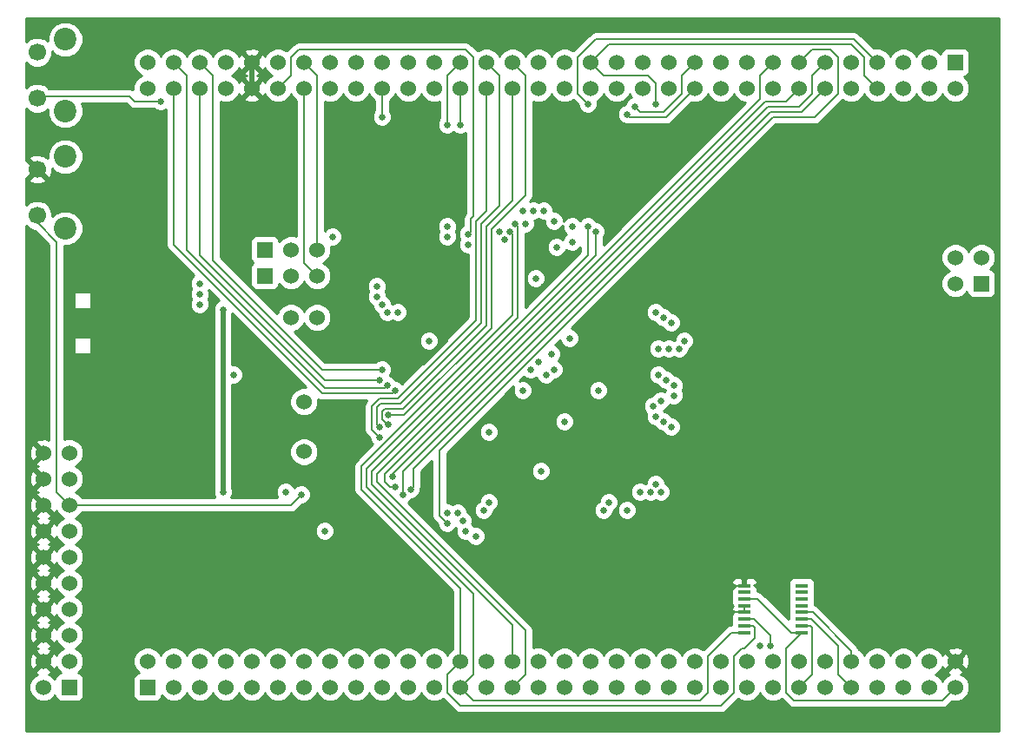
<source format=gbl>
G04 (created by PCBNEW-RS274X (2012-01-19 BZR 3256)-stable) date 16/09/2012 01:08:52*
G01*
G70*
G90*
%MOIN*%
G04 Gerber Fmt 3.4, Leading zero omitted, Abs format*
%FSLAX34Y34*%
G04 APERTURE LIST*
%ADD10C,0.006000*%
%ADD11C,0.060000*%
%ADD12R,0.060000X0.060000*%
%ADD13C,0.086600*%
%ADD14C,0.066900*%
%ADD15R,0.050000X0.015000*%
%ADD16C,0.025000*%
%ADD17C,0.020000*%
%ADD18C,0.008000*%
%ADD19C,0.010000*%
G04 APERTURE END LIST*
G54D10*
G54D11*
X61500Y-58500D03*
X62500Y-57500D03*
G54D12*
X62500Y-58500D03*
G54D11*
X61500Y-57500D03*
X62500Y-56500D03*
X61500Y-56500D03*
X62500Y-55500D03*
X61500Y-55500D03*
X62500Y-54500D03*
X61500Y-54500D03*
X62500Y-53500D03*
X61500Y-53500D03*
X62500Y-52500D03*
X61500Y-52500D03*
X62500Y-51500D03*
X61500Y-51500D03*
X62500Y-50500D03*
X61500Y-50500D03*
X62500Y-49500D03*
X61500Y-49500D03*
X71500Y-47539D03*
X71500Y-49461D03*
X71000Y-44300D03*
X72000Y-44300D03*
G54D12*
X70000Y-41700D03*
G54D11*
X71000Y-41700D03*
X72000Y-41700D03*
G54D12*
X70000Y-42700D03*
G54D11*
X71000Y-42700D03*
X72000Y-42700D03*
G54D13*
X62341Y-33622D03*
X62341Y-36378D03*
G54D14*
X61258Y-34114D03*
X61258Y-35886D03*
G54D13*
X62341Y-38122D03*
X62341Y-40878D03*
G54D14*
X61258Y-38614D03*
X61258Y-40386D03*
G54D12*
X96500Y-34500D03*
G54D11*
X96500Y-35500D03*
X95500Y-34500D03*
X95500Y-35500D03*
X94500Y-34500D03*
X94500Y-35500D03*
X93500Y-34500D03*
X93500Y-35500D03*
X92500Y-34500D03*
X92500Y-35500D03*
X91500Y-34500D03*
X91500Y-35500D03*
X90500Y-34500D03*
X90500Y-35500D03*
X89500Y-34500D03*
X89500Y-35500D03*
X88500Y-34500D03*
X88500Y-35500D03*
X87500Y-34500D03*
X87500Y-35500D03*
X86500Y-34500D03*
X86500Y-35500D03*
X85500Y-34500D03*
X85500Y-35500D03*
X84500Y-34500D03*
X84500Y-35500D03*
X83500Y-34500D03*
X83500Y-35500D03*
X82500Y-34500D03*
X82500Y-35500D03*
X81500Y-34500D03*
X81500Y-35500D03*
X80500Y-34500D03*
X80500Y-35500D03*
X79500Y-34500D03*
X79500Y-35500D03*
X78500Y-34500D03*
X78500Y-35500D03*
X77500Y-34500D03*
X77500Y-35500D03*
X76500Y-34500D03*
X76500Y-35500D03*
X75500Y-34500D03*
X75500Y-35500D03*
X74500Y-34500D03*
X74500Y-35500D03*
X73500Y-34500D03*
X73500Y-35500D03*
X72500Y-34500D03*
X72500Y-35500D03*
X71500Y-34500D03*
X71500Y-35500D03*
X70500Y-34500D03*
X70500Y-35500D03*
X69500Y-34500D03*
X69500Y-35500D03*
X68500Y-34500D03*
X68500Y-35500D03*
X67500Y-34500D03*
X67500Y-35500D03*
X66500Y-34500D03*
X66500Y-35500D03*
X65500Y-34500D03*
X65500Y-35500D03*
G54D12*
X65500Y-58500D03*
G54D11*
X65500Y-57500D03*
X66500Y-58500D03*
X66500Y-57500D03*
X67500Y-58500D03*
X67500Y-57500D03*
X68500Y-58500D03*
X68500Y-57500D03*
X69500Y-58500D03*
X69500Y-57500D03*
X70500Y-58500D03*
X70500Y-57500D03*
X71500Y-58500D03*
X71500Y-57500D03*
X72500Y-58500D03*
X72500Y-57500D03*
X73500Y-58500D03*
X73500Y-57500D03*
X74500Y-58500D03*
X74500Y-57500D03*
X75500Y-58500D03*
X75500Y-57500D03*
X76500Y-58500D03*
X76500Y-57500D03*
X77500Y-58500D03*
X77500Y-57500D03*
X78500Y-58500D03*
X78500Y-57500D03*
X79500Y-58500D03*
X79500Y-57500D03*
X80500Y-58500D03*
X80500Y-57500D03*
X81500Y-58500D03*
X81500Y-57500D03*
X82500Y-58500D03*
X82500Y-57500D03*
X83500Y-58500D03*
X83500Y-57500D03*
X84500Y-58500D03*
X84500Y-57500D03*
X85500Y-58500D03*
X85500Y-57500D03*
X86500Y-58500D03*
X86500Y-57500D03*
X87500Y-58500D03*
X87500Y-57500D03*
X88500Y-58500D03*
X88500Y-57500D03*
X89500Y-58500D03*
X89500Y-57500D03*
X90500Y-58500D03*
X90500Y-57500D03*
X91500Y-58500D03*
X91500Y-57500D03*
X92500Y-58500D03*
X92500Y-57500D03*
X93500Y-58500D03*
X93500Y-57500D03*
X94500Y-58500D03*
X94500Y-57500D03*
X95500Y-58500D03*
X95500Y-57500D03*
X96500Y-58500D03*
X96500Y-57500D03*
G54D12*
X97500Y-43000D03*
G54D11*
X96500Y-43000D03*
X97500Y-42000D03*
X96500Y-42000D03*
G54D15*
X88398Y-56396D03*
X88398Y-56140D03*
X88398Y-55884D03*
X88398Y-55628D03*
X88398Y-55372D03*
X88398Y-55116D03*
X88398Y-54860D03*
X88398Y-54604D03*
X90602Y-54604D03*
X90602Y-54860D03*
X90602Y-55116D03*
X90602Y-55372D03*
X90602Y-55628D03*
X90602Y-55884D03*
X90602Y-56140D03*
X90602Y-56396D03*
G54D16*
X68400Y-51000D03*
X68400Y-44000D03*
X74500Y-46300D03*
X74400Y-46700D03*
X74700Y-46900D03*
X75000Y-47100D03*
X72600Y-41200D03*
X66000Y-36000D03*
X80200Y-46300D03*
X77000Y-51800D03*
X85700Y-47300D03*
X85700Y-46900D03*
X85400Y-46700D03*
X85100Y-46500D03*
X85600Y-48500D03*
X85300Y-48300D03*
X85000Y-48100D03*
X74300Y-43500D03*
X74500Y-43800D03*
X74700Y-44100D03*
X75100Y-44100D03*
X74300Y-43100D03*
X79600Y-40700D03*
X79400Y-41000D03*
X81800Y-41400D03*
X84900Y-47700D03*
X85200Y-47500D03*
X82700Y-41000D03*
X82400Y-40800D03*
X77800Y-41500D03*
X80700Y-40200D03*
X89400Y-56900D03*
X80300Y-40200D03*
X79900Y-40200D03*
X80000Y-40700D03*
X77000Y-41200D03*
X81800Y-40800D03*
X89000Y-56900D03*
X77000Y-40800D03*
X81100Y-40600D03*
X81200Y-41600D03*
X81100Y-46300D03*
X80800Y-46500D03*
X74750Y-48050D03*
X74750Y-48400D03*
X74400Y-48500D03*
X74400Y-48900D03*
X77000Y-36900D03*
X77700Y-52500D03*
X78100Y-52700D03*
X77500Y-36900D03*
X85100Y-45500D03*
X85500Y-45500D03*
X83000Y-51700D03*
X83200Y-51400D03*
X85000Y-36100D03*
X71400Y-51100D03*
X85600Y-44500D03*
X77600Y-52100D03*
X74500Y-36600D03*
X85300Y-44300D03*
X78400Y-51700D03*
X85000Y-44100D03*
X78600Y-51400D03*
X77800Y-41100D03*
X77400Y-51800D03*
X84200Y-36200D03*
X83900Y-36500D03*
X85900Y-45500D03*
X86100Y-45200D03*
X85000Y-50700D03*
X85200Y-51000D03*
X84400Y-51000D03*
X84800Y-51000D03*
X82400Y-36100D03*
X80500Y-46000D03*
X81000Y-45700D03*
X77000Y-52200D03*
X74900Y-50400D03*
X75000Y-50800D03*
X75600Y-50900D03*
X75300Y-51100D03*
X67500Y-43000D03*
X67500Y-43400D03*
X67500Y-43800D03*
X79900Y-47100D03*
X86100Y-46100D03*
X77000Y-42800D03*
X81400Y-52800D03*
X83000Y-52800D03*
X83600Y-46900D03*
X83000Y-47800D03*
X85900Y-36700D03*
X72700Y-44400D03*
X80700Y-43100D03*
X80400Y-49300D03*
X71900Y-48200D03*
X77200Y-52700D03*
X79200Y-41300D03*
X75000Y-46100D03*
X72700Y-43700D03*
X72600Y-49600D03*
X83100Y-36500D03*
X64600Y-46500D03*
X81700Y-45100D03*
X76300Y-45200D03*
X81500Y-48300D03*
X83900Y-51700D03*
X78600Y-48700D03*
X82800Y-47100D03*
X72300Y-52500D03*
X80600Y-50200D03*
X79000Y-41000D03*
X70800Y-51000D03*
X68800Y-46500D03*
X80400Y-42800D03*
G54D17*
X68400Y-51000D02*
X68400Y-44000D01*
G54D18*
X68000Y-35000D02*
X67500Y-34500D01*
X68000Y-35000D02*
X67500Y-34500D01*
X68000Y-42100D02*
X68000Y-35000D01*
X74500Y-46300D02*
X72200Y-46300D01*
X72200Y-46300D02*
X68000Y-42100D01*
X67500Y-41900D02*
X67500Y-35500D01*
X74400Y-46700D02*
X72300Y-46700D01*
X72300Y-46700D02*
X67500Y-41900D01*
X67000Y-41700D02*
X67000Y-35000D01*
X74700Y-46900D02*
X74600Y-47000D01*
X74600Y-47000D02*
X72300Y-47000D01*
X72300Y-47000D02*
X67000Y-41700D01*
X67000Y-35000D02*
X66500Y-34500D01*
X72200Y-47200D02*
X74900Y-47200D01*
X75000Y-47100D02*
X74900Y-47200D01*
X66500Y-41500D02*
X72200Y-47200D01*
X66500Y-35500D02*
X66500Y-41500D01*
X61344Y-35800D02*
X64800Y-35800D01*
X65000Y-36000D02*
X66000Y-36000D01*
X64800Y-35800D02*
X65000Y-36000D01*
X61258Y-35886D02*
X61344Y-35800D01*
X73900Y-50800D02*
X78000Y-54900D01*
X86700Y-59000D02*
X87000Y-58700D01*
X78000Y-59000D02*
X86700Y-59000D01*
X87000Y-58700D02*
X87000Y-57300D01*
X87000Y-57300D02*
X87904Y-56396D01*
X87904Y-56396D02*
X88398Y-56396D01*
X77500Y-58500D02*
X78000Y-59000D01*
X78000Y-54900D02*
X78000Y-58000D01*
X79600Y-40700D02*
X79700Y-40800D01*
X73900Y-50100D02*
X73900Y-50800D01*
X79700Y-40800D02*
X79700Y-44300D01*
X78000Y-58000D02*
X77500Y-58500D01*
X79700Y-44300D02*
X73900Y-50100D01*
X77500Y-59200D02*
X77000Y-58700D01*
X88000Y-57300D02*
X88000Y-58700D01*
X88398Y-56140D02*
X88740Y-56140D01*
X77000Y-58700D02*
X77000Y-58000D01*
X88400Y-57000D02*
X88300Y-57000D01*
X87500Y-59200D02*
X77500Y-59200D01*
X73700Y-50900D02*
X77500Y-54700D01*
X88800Y-56600D02*
X88400Y-57000D01*
X88300Y-57000D02*
X88000Y-57300D01*
X79500Y-44200D02*
X73700Y-50000D01*
X88000Y-58700D02*
X87500Y-59200D01*
X77000Y-58000D02*
X77500Y-57500D01*
X88740Y-56140D02*
X88800Y-56200D01*
X79500Y-41100D02*
X79500Y-44200D01*
X88800Y-56200D02*
X88800Y-56600D01*
X77500Y-54700D02*
X77500Y-57500D01*
X79400Y-41000D02*
X79500Y-41100D01*
X73700Y-50000D02*
X73700Y-50900D01*
X80000Y-58000D02*
X79500Y-58500D01*
X82700Y-41900D02*
X82700Y-41000D01*
X82700Y-41900D02*
X74300Y-50300D01*
X80000Y-56300D02*
X80000Y-58000D01*
X74300Y-50300D02*
X74300Y-50600D01*
X74300Y-50600D02*
X80000Y-56300D01*
X82400Y-40800D02*
X82400Y-41900D01*
X74100Y-50700D02*
X79500Y-56100D01*
X79500Y-56100D02*
X79500Y-57500D01*
X82400Y-41900D02*
X74100Y-50200D01*
X74100Y-50200D02*
X74100Y-50700D01*
X90602Y-56140D02*
X90940Y-56140D01*
X91000Y-58000D02*
X90500Y-58500D01*
X91000Y-56200D02*
X91000Y-58000D01*
X90940Y-56140D02*
X91000Y-56200D01*
X88784Y-55884D02*
X89400Y-56500D01*
X89400Y-56500D02*
X89400Y-56900D01*
X88398Y-55884D02*
X88784Y-55884D01*
X92000Y-56900D02*
X92000Y-58000D01*
X90602Y-55884D02*
X90984Y-55884D01*
X90984Y-55884D02*
X92000Y-56900D01*
X92000Y-58000D02*
X92500Y-58500D01*
X91028Y-55628D02*
X92500Y-57100D01*
X90602Y-55628D02*
X91028Y-55628D01*
X92500Y-57100D02*
X92500Y-57500D01*
X80000Y-39600D02*
X80000Y-35000D01*
X78700Y-40900D02*
X80000Y-39600D01*
X78700Y-44700D02*
X78700Y-40900D01*
X75350Y-48050D02*
X78700Y-44700D01*
X74750Y-48050D02*
X75350Y-48050D01*
X79500Y-34500D02*
X80000Y-35000D01*
X74750Y-48400D02*
X74700Y-48400D01*
X74500Y-47900D02*
X74600Y-47800D01*
X79500Y-35500D02*
X79500Y-39800D01*
X75300Y-47800D02*
X78500Y-44600D01*
X79500Y-39800D02*
X78500Y-40800D01*
X78500Y-44600D02*
X78500Y-40800D01*
X74500Y-48200D02*
X74500Y-47900D01*
X74700Y-48400D02*
X74500Y-48200D01*
X74600Y-47800D02*
X75300Y-47800D01*
X74450Y-47600D02*
X75200Y-47600D01*
X74300Y-47750D02*
X74450Y-47600D01*
X78300Y-44500D02*
X78300Y-40700D01*
X78500Y-34500D02*
X79000Y-35000D01*
X79000Y-40000D02*
X79000Y-35000D01*
X74400Y-48500D02*
X74300Y-48400D01*
X75200Y-47600D02*
X78300Y-44500D01*
X74300Y-48400D02*
X74300Y-47750D01*
X78300Y-40700D02*
X79000Y-40000D01*
X74100Y-47700D02*
X74400Y-47400D01*
X78500Y-35500D02*
X78500Y-40200D01*
X78500Y-40200D02*
X78100Y-40600D01*
X75100Y-47400D02*
X78100Y-44400D01*
X74100Y-48600D02*
X74100Y-47700D01*
X78100Y-44400D02*
X78100Y-40600D01*
X74400Y-47400D02*
X75100Y-47400D01*
X74400Y-48900D02*
X74100Y-48600D01*
X77000Y-35000D02*
X77500Y-34500D01*
X77000Y-36900D02*
X77000Y-35000D01*
X77500Y-35500D02*
X77500Y-36900D01*
X85000Y-35300D02*
X84700Y-35000D01*
X82500Y-34500D02*
X83200Y-33800D01*
X82500Y-34500D02*
X83000Y-35000D01*
X93500Y-35500D02*
X93000Y-35000D01*
X93000Y-35000D02*
X93000Y-34300D01*
X83200Y-33800D02*
X92500Y-33800D01*
X84700Y-35000D02*
X83000Y-35000D01*
X85000Y-36100D02*
X85000Y-35300D01*
X93000Y-34300D02*
X92500Y-33800D01*
X62000Y-41400D02*
X61258Y-40658D01*
X62000Y-41400D02*
X62000Y-51000D01*
X61258Y-40658D02*
X61258Y-40386D01*
X62500Y-51500D02*
X71000Y-51500D01*
X62500Y-51500D02*
X62000Y-51000D01*
X71000Y-51500D02*
X71400Y-51100D01*
X74500Y-36600D02*
X74500Y-35500D01*
X72000Y-41700D02*
X72000Y-35200D01*
X72000Y-35000D02*
X71500Y-34500D01*
X72000Y-35200D02*
X72000Y-35000D01*
X72000Y-42700D02*
X71500Y-42200D01*
X71500Y-42200D02*
X71500Y-35500D01*
X78000Y-34300D02*
X77700Y-34000D01*
X78000Y-40400D02*
X78000Y-34300D01*
X77800Y-41100D02*
X77900Y-41000D01*
X77900Y-41000D02*
X77900Y-40500D01*
X71000Y-34300D02*
X71000Y-35000D01*
X77900Y-40500D02*
X78000Y-40400D01*
X77700Y-34000D02*
X71300Y-34000D01*
X71000Y-35000D02*
X70500Y-35500D01*
X71300Y-34000D02*
X71000Y-34300D01*
X84200Y-36200D02*
X84400Y-36400D01*
X85300Y-36400D02*
X86000Y-35700D01*
X86000Y-35700D02*
X86000Y-35000D01*
X86000Y-35000D02*
X86500Y-34500D01*
X84400Y-36400D02*
X85300Y-36400D01*
X85400Y-36600D02*
X86500Y-35500D01*
X83900Y-36500D02*
X84000Y-36600D01*
X84000Y-36600D02*
X85400Y-36600D01*
X82000Y-34300D02*
X82000Y-35700D01*
X82400Y-36100D02*
X82000Y-35700D01*
X82000Y-34300D02*
X82700Y-33600D01*
X93500Y-34500D02*
X92600Y-33600D01*
X82700Y-33600D02*
X92600Y-33600D01*
X91000Y-34000D02*
X90500Y-34500D01*
X92000Y-35700D02*
X92000Y-34300D01*
X76700Y-49400D02*
X89500Y-36600D01*
X76700Y-51900D02*
X76700Y-49400D01*
X91100Y-36600D02*
X92000Y-35700D01*
X91700Y-34000D02*
X91000Y-34000D01*
X77000Y-52200D02*
X76700Y-51900D01*
X92000Y-34300D02*
X91700Y-34000D01*
X89500Y-36600D02*
X91100Y-36600D01*
X74900Y-50300D02*
X89200Y-36000D01*
X89200Y-36000D02*
X90000Y-36000D01*
X74900Y-50400D02*
X74900Y-50300D01*
X90000Y-36000D02*
X90500Y-35500D01*
X74800Y-50800D02*
X74600Y-50600D01*
X75000Y-50800D02*
X74800Y-50800D01*
X74600Y-50600D02*
X74600Y-50300D01*
X89000Y-35000D02*
X89500Y-34500D01*
X89000Y-35900D02*
X89000Y-35000D01*
X74600Y-50300D02*
X89000Y-35900D01*
X75700Y-50100D02*
X89400Y-36400D01*
X75600Y-50900D02*
X75700Y-50800D01*
X75700Y-50800D02*
X75700Y-50100D01*
X90600Y-36400D02*
X91500Y-35500D01*
X89400Y-36400D02*
X90600Y-36400D01*
X91000Y-35000D02*
X91500Y-34500D01*
X75300Y-51100D02*
X75300Y-50200D01*
X91000Y-35700D02*
X91000Y-35000D01*
X75300Y-50200D02*
X89300Y-36200D01*
X89300Y-36200D02*
X90500Y-36200D01*
X90500Y-36200D02*
X91000Y-35700D01*
X83600Y-37000D02*
X83100Y-36500D01*
X75000Y-46100D02*
X76100Y-46100D01*
G54D17*
X69500Y-34500D02*
X69500Y-35500D01*
G54D18*
X85900Y-36700D02*
X85600Y-37000D01*
X77700Y-53200D02*
X77200Y-52700D01*
X72700Y-43700D02*
X72700Y-44400D01*
X85600Y-37000D02*
X83600Y-37000D01*
X77700Y-53200D02*
X81000Y-53200D01*
X76100Y-46100D02*
X77000Y-45200D01*
X87900Y-54800D02*
X87900Y-55500D01*
X88028Y-55628D02*
X88398Y-55628D01*
X87900Y-55500D02*
X88028Y-55628D01*
X88096Y-54604D02*
X87900Y-54800D01*
X88398Y-54604D02*
X88096Y-54604D01*
X73300Y-44400D02*
X72700Y-44400D01*
X88398Y-55628D02*
X88398Y-55372D01*
X83000Y-52800D02*
X84804Y-54604D01*
X81000Y-53200D02*
X81400Y-52800D01*
X84804Y-54604D02*
X88398Y-54604D01*
X72600Y-49600D02*
X72600Y-48900D01*
X75000Y-46100D02*
X73300Y-44400D01*
X77000Y-45200D02*
X77000Y-42800D01*
X83000Y-52800D02*
X81400Y-52800D01*
X72600Y-48900D02*
X71900Y-48200D01*
X88916Y-55116D02*
X90196Y-56396D01*
X90196Y-56396D02*
X90602Y-56396D01*
X88398Y-55116D02*
X88916Y-55116D01*
X90000Y-56998D02*
X90000Y-58700D01*
X90000Y-58700D02*
X90300Y-59000D01*
X90300Y-59000D02*
X96000Y-59000D01*
X96000Y-59000D02*
X96500Y-58500D01*
X90602Y-56396D02*
X90000Y-56998D01*
G54D10*
G36*
X68247Y-43657D02*
X68188Y-43682D01*
X68083Y-43787D01*
X68025Y-43925D01*
X68025Y-44074D01*
X68050Y-44134D01*
X68050Y-50865D01*
X68025Y-50925D01*
X68025Y-51074D01*
X68081Y-51210D01*
X63330Y-51210D01*
X63330Y-45700D01*
X63330Y-45033D01*
X63330Y-43967D01*
X63330Y-43300D01*
X62663Y-43300D01*
X62663Y-43967D01*
X63330Y-43967D01*
X63330Y-45033D01*
X62663Y-45033D01*
X62663Y-45700D01*
X63330Y-45700D01*
X63330Y-51210D01*
X62973Y-51210D01*
X62965Y-51189D01*
X62811Y-51035D01*
X62726Y-51000D01*
X62811Y-50965D01*
X62965Y-50811D01*
X63049Y-50609D01*
X63049Y-50391D01*
X62965Y-50189D01*
X62811Y-50035D01*
X62726Y-50000D01*
X62811Y-49965D01*
X62965Y-49811D01*
X63049Y-49609D01*
X63049Y-49391D01*
X62965Y-49189D01*
X62811Y-49035D01*
X62609Y-48951D01*
X62391Y-48951D01*
X62290Y-48993D01*
X62290Y-41561D01*
X62476Y-41561D01*
X62727Y-41457D01*
X62919Y-41265D01*
X63024Y-41015D01*
X63024Y-40743D01*
X63024Y-38259D01*
X63024Y-37987D01*
X62920Y-37736D01*
X62728Y-37544D01*
X62478Y-37439D01*
X62206Y-37439D01*
X61955Y-37543D01*
X61763Y-37735D01*
X61658Y-37985D01*
X61658Y-38174D01*
X61607Y-38123D01*
X61572Y-38157D01*
X61559Y-38115D01*
X61345Y-38038D01*
X61118Y-38048D01*
X60957Y-38115D01*
X60926Y-38212D01*
X61223Y-38508D01*
X61258Y-38543D01*
X61329Y-38614D01*
X61364Y-38649D01*
X61660Y-38946D01*
X61757Y-38915D01*
X61834Y-38701D01*
X61828Y-38574D01*
X61954Y-38700D01*
X62204Y-38805D01*
X62476Y-38805D01*
X62727Y-38701D01*
X62919Y-38509D01*
X63024Y-38259D01*
X63024Y-40743D01*
X62920Y-40492D01*
X62728Y-40300D01*
X62478Y-40195D01*
X62206Y-40195D01*
X61955Y-40299D01*
X61842Y-40412D01*
X61842Y-40270D01*
X61753Y-40055D01*
X61590Y-39892D01*
X61590Y-39016D01*
X61258Y-38685D01*
X60926Y-39016D01*
X60957Y-39113D01*
X61171Y-39190D01*
X61398Y-39180D01*
X61559Y-39113D01*
X61590Y-39016D01*
X61590Y-39892D01*
X61589Y-39891D01*
X61374Y-39802D01*
X61142Y-39802D01*
X60927Y-39891D01*
X60825Y-39993D01*
X60825Y-38936D01*
X60856Y-38946D01*
X61187Y-38614D01*
X60856Y-38282D01*
X60825Y-38291D01*
X60825Y-36279D01*
X60927Y-36381D01*
X61142Y-36470D01*
X61374Y-36470D01*
X61589Y-36381D01*
X61658Y-36312D01*
X61658Y-36513D01*
X61762Y-36764D01*
X61954Y-36956D01*
X62204Y-37061D01*
X62476Y-37061D01*
X62727Y-36957D01*
X62919Y-36765D01*
X63024Y-36515D01*
X63024Y-36243D01*
X62960Y-36090D01*
X64680Y-36090D01*
X64794Y-36204D01*
X64795Y-36205D01*
X64888Y-36267D01*
X64889Y-36268D01*
X64999Y-36289D01*
X65000Y-36290D01*
X65760Y-36290D01*
X65787Y-36317D01*
X65925Y-36375D01*
X66074Y-36375D01*
X66210Y-36318D01*
X66210Y-41500D01*
X66232Y-41611D01*
X66295Y-41705D01*
X67280Y-42690D01*
X67183Y-42787D01*
X67125Y-42925D01*
X67125Y-43074D01*
X67177Y-43200D01*
X67125Y-43325D01*
X67125Y-43474D01*
X67177Y-43600D01*
X67125Y-43725D01*
X67125Y-43874D01*
X67182Y-44012D01*
X67287Y-44117D01*
X67425Y-44175D01*
X67574Y-44175D01*
X67712Y-44118D01*
X67817Y-44013D01*
X67875Y-43875D01*
X67875Y-43726D01*
X67822Y-43599D01*
X67875Y-43475D01*
X67875Y-43326D01*
X67846Y-43256D01*
X68247Y-43657D01*
X68247Y-43657D01*
G37*
G54D19*
X68247Y-43657D02*
X68188Y-43682D01*
X68083Y-43787D01*
X68025Y-43925D01*
X68025Y-44074D01*
X68050Y-44134D01*
X68050Y-50865D01*
X68025Y-50925D01*
X68025Y-51074D01*
X68081Y-51210D01*
X63330Y-51210D01*
X63330Y-45700D01*
X63330Y-45033D01*
X63330Y-43967D01*
X63330Y-43300D01*
X62663Y-43300D01*
X62663Y-43967D01*
X63330Y-43967D01*
X63330Y-45033D01*
X62663Y-45033D01*
X62663Y-45700D01*
X63330Y-45700D01*
X63330Y-51210D01*
X62973Y-51210D01*
X62965Y-51189D01*
X62811Y-51035D01*
X62726Y-51000D01*
X62811Y-50965D01*
X62965Y-50811D01*
X63049Y-50609D01*
X63049Y-50391D01*
X62965Y-50189D01*
X62811Y-50035D01*
X62726Y-50000D01*
X62811Y-49965D01*
X62965Y-49811D01*
X63049Y-49609D01*
X63049Y-49391D01*
X62965Y-49189D01*
X62811Y-49035D01*
X62609Y-48951D01*
X62391Y-48951D01*
X62290Y-48993D01*
X62290Y-41561D01*
X62476Y-41561D01*
X62727Y-41457D01*
X62919Y-41265D01*
X63024Y-41015D01*
X63024Y-40743D01*
X63024Y-38259D01*
X63024Y-37987D01*
X62920Y-37736D01*
X62728Y-37544D01*
X62478Y-37439D01*
X62206Y-37439D01*
X61955Y-37543D01*
X61763Y-37735D01*
X61658Y-37985D01*
X61658Y-38174D01*
X61607Y-38123D01*
X61572Y-38157D01*
X61559Y-38115D01*
X61345Y-38038D01*
X61118Y-38048D01*
X60957Y-38115D01*
X60926Y-38212D01*
X61223Y-38508D01*
X61258Y-38543D01*
X61329Y-38614D01*
X61364Y-38649D01*
X61660Y-38946D01*
X61757Y-38915D01*
X61834Y-38701D01*
X61828Y-38574D01*
X61954Y-38700D01*
X62204Y-38805D01*
X62476Y-38805D01*
X62727Y-38701D01*
X62919Y-38509D01*
X63024Y-38259D01*
X63024Y-40743D01*
X62920Y-40492D01*
X62728Y-40300D01*
X62478Y-40195D01*
X62206Y-40195D01*
X61955Y-40299D01*
X61842Y-40412D01*
X61842Y-40270D01*
X61753Y-40055D01*
X61590Y-39892D01*
X61590Y-39016D01*
X61258Y-38685D01*
X60926Y-39016D01*
X60957Y-39113D01*
X61171Y-39190D01*
X61398Y-39180D01*
X61559Y-39113D01*
X61590Y-39016D01*
X61590Y-39892D01*
X61589Y-39891D01*
X61374Y-39802D01*
X61142Y-39802D01*
X60927Y-39891D01*
X60825Y-39993D01*
X60825Y-38936D01*
X60856Y-38946D01*
X61187Y-38614D01*
X60856Y-38282D01*
X60825Y-38291D01*
X60825Y-36279D01*
X60927Y-36381D01*
X61142Y-36470D01*
X61374Y-36470D01*
X61589Y-36381D01*
X61658Y-36312D01*
X61658Y-36513D01*
X61762Y-36764D01*
X61954Y-36956D01*
X62204Y-37061D01*
X62476Y-37061D01*
X62727Y-36957D01*
X62919Y-36765D01*
X63024Y-36515D01*
X63024Y-36243D01*
X62960Y-36090D01*
X64680Y-36090D01*
X64794Y-36204D01*
X64795Y-36205D01*
X64888Y-36267D01*
X64889Y-36268D01*
X64999Y-36289D01*
X65000Y-36290D01*
X65760Y-36290D01*
X65787Y-36317D01*
X65925Y-36375D01*
X66074Y-36375D01*
X66210Y-36318D01*
X66210Y-41500D01*
X66232Y-41611D01*
X66295Y-41705D01*
X67280Y-42690D01*
X67183Y-42787D01*
X67125Y-42925D01*
X67125Y-43074D01*
X67177Y-43200D01*
X67125Y-43325D01*
X67125Y-43474D01*
X67177Y-43600D01*
X67125Y-43725D01*
X67125Y-43874D01*
X67182Y-44012D01*
X67287Y-44117D01*
X67425Y-44175D01*
X67574Y-44175D01*
X67712Y-44118D01*
X67817Y-44013D01*
X67875Y-43875D01*
X67875Y-43726D01*
X67822Y-43599D01*
X67875Y-43475D01*
X67875Y-43326D01*
X67846Y-43256D01*
X68247Y-43657D01*
G54D10*
G36*
X82110Y-41780D02*
X80775Y-43115D01*
X80775Y-42875D01*
X80775Y-42726D01*
X80718Y-42588D01*
X80613Y-42483D01*
X80475Y-42425D01*
X80326Y-42425D01*
X80188Y-42482D01*
X80083Y-42587D01*
X80025Y-42725D01*
X80025Y-42874D01*
X80082Y-43012D01*
X80187Y-43117D01*
X80325Y-43175D01*
X80474Y-43175D01*
X80612Y-43118D01*
X80717Y-43013D01*
X80775Y-42875D01*
X80775Y-43115D01*
X79990Y-43900D01*
X79990Y-41075D01*
X80074Y-41075D01*
X80212Y-41018D01*
X80317Y-40913D01*
X80375Y-40775D01*
X80375Y-40626D01*
X80353Y-40575D01*
X80374Y-40575D01*
X80500Y-40522D01*
X80625Y-40575D01*
X80725Y-40575D01*
X80725Y-40674D01*
X80782Y-40812D01*
X80887Y-40917D01*
X81025Y-40975D01*
X81174Y-40975D01*
X81312Y-40918D01*
X81417Y-40813D01*
X81425Y-40793D01*
X81425Y-40874D01*
X81482Y-41012D01*
X81570Y-41100D01*
X81483Y-41187D01*
X81433Y-41303D01*
X81413Y-41283D01*
X81275Y-41225D01*
X81126Y-41225D01*
X80988Y-41282D01*
X80883Y-41387D01*
X80825Y-41525D01*
X80825Y-41674D01*
X80882Y-41812D01*
X80987Y-41917D01*
X81125Y-41975D01*
X81274Y-41975D01*
X81412Y-41918D01*
X81517Y-41813D01*
X81566Y-41696D01*
X81587Y-41717D01*
X81725Y-41775D01*
X81874Y-41775D01*
X82012Y-41718D01*
X82110Y-41620D01*
X82110Y-41780D01*
X82110Y-41780D01*
G37*
G54D19*
X82110Y-41780D02*
X80775Y-43115D01*
X80775Y-42875D01*
X80775Y-42726D01*
X80718Y-42588D01*
X80613Y-42483D01*
X80475Y-42425D01*
X80326Y-42425D01*
X80188Y-42482D01*
X80083Y-42587D01*
X80025Y-42725D01*
X80025Y-42874D01*
X80082Y-43012D01*
X80187Y-43117D01*
X80325Y-43175D01*
X80474Y-43175D01*
X80612Y-43118D01*
X80717Y-43013D01*
X80775Y-42875D01*
X80775Y-43115D01*
X79990Y-43900D01*
X79990Y-41075D01*
X80074Y-41075D01*
X80212Y-41018D01*
X80317Y-40913D01*
X80375Y-40775D01*
X80375Y-40626D01*
X80353Y-40575D01*
X80374Y-40575D01*
X80500Y-40522D01*
X80625Y-40575D01*
X80725Y-40575D01*
X80725Y-40674D01*
X80782Y-40812D01*
X80887Y-40917D01*
X81025Y-40975D01*
X81174Y-40975D01*
X81312Y-40918D01*
X81417Y-40813D01*
X81425Y-40793D01*
X81425Y-40874D01*
X81482Y-41012D01*
X81570Y-41100D01*
X81483Y-41187D01*
X81433Y-41303D01*
X81413Y-41283D01*
X81275Y-41225D01*
X81126Y-41225D01*
X80988Y-41282D01*
X80883Y-41387D01*
X80825Y-41525D01*
X80825Y-41674D01*
X80882Y-41812D01*
X80987Y-41917D01*
X81125Y-41975D01*
X81274Y-41975D01*
X81412Y-41918D01*
X81517Y-41813D01*
X81566Y-41696D01*
X81587Y-41717D01*
X81725Y-41775D01*
X81874Y-41775D01*
X82012Y-41718D01*
X82110Y-41620D01*
X82110Y-41780D01*
G54D10*
G36*
X88440Y-36049D02*
X82990Y-41499D01*
X82990Y-41240D01*
X83017Y-41213D01*
X83075Y-41075D01*
X83075Y-40926D01*
X83018Y-40788D01*
X82913Y-40683D01*
X82775Y-40625D01*
X82733Y-40625D01*
X82718Y-40588D01*
X82613Y-40483D01*
X82475Y-40425D01*
X82326Y-40425D01*
X82188Y-40482D01*
X82100Y-40570D01*
X82013Y-40483D01*
X81875Y-40425D01*
X81726Y-40425D01*
X81588Y-40482D01*
X81483Y-40587D01*
X81475Y-40606D01*
X81475Y-40526D01*
X81418Y-40388D01*
X81313Y-40283D01*
X81175Y-40225D01*
X81075Y-40225D01*
X81075Y-40126D01*
X81018Y-39988D01*
X80913Y-39883D01*
X80775Y-39825D01*
X80626Y-39825D01*
X80499Y-39877D01*
X80375Y-39825D01*
X80226Y-39825D01*
X80156Y-39853D01*
X80205Y-39805D01*
X80268Y-39711D01*
X80290Y-39600D01*
X80290Y-36007D01*
X80391Y-36049D01*
X80609Y-36049D01*
X80811Y-35965D01*
X80965Y-35811D01*
X81000Y-35726D01*
X81035Y-35811D01*
X81189Y-35965D01*
X81391Y-36049D01*
X81609Y-36049D01*
X81811Y-35965D01*
X81832Y-35943D01*
X82025Y-36135D01*
X82025Y-36174D01*
X82082Y-36312D01*
X82187Y-36417D01*
X82325Y-36475D01*
X82474Y-36475D01*
X82612Y-36418D01*
X82717Y-36313D01*
X82775Y-36175D01*
X82775Y-36026D01*
X82758Y-35986D01*
X82811Y-35965D01*
X82965Y-35811D01*
X83000Y-35726D01*
X83035Y-35811D01*
X83189Y-35965D01*
X83391Y-36049D01*
X83609Y-36049D01*
X83811Y-35965D01*
X83965Y-35811D01*
X84000Y-35726D01*
X84035Y-35811D01*
X84071Y-35847D01*
X83988Y-35882D01*
X83883Y-35987D01*
X83825Y-36125D01*
X83688Y-36182D01*
X83583Y-36287D01*
X83525Y-36425D01*
X83525Y-36574D01*
X83582Y-36712D01*
X83687Y-36817D01*
X83825Y-36875D01*
X83924Y-36875D01*
X84000Y-36890D01*
X85400Y-36890D01*
X85511Y-36868D01*
X85605Y-36805D01*
X86370Y-36040D01*
X86391Y-36049D01*
X86609Y-36049D01*
X86811Y-35965D01*
X86965Y-35811D01*
X87000Y-35726D01*
X87035Y-35811D01*
X87189Y-35965D01*
X87391Y-36049D01*
X87609Y-36049D01*
X87811Y-35965D01*
X87965Y-35811D01*
X88000Y-35726D01*
X88035Y-35811D01*
X88189Y-35965D01*
X88391Y-36049D01*
X88440Y-36049D01*
X88440Y-36049D01*
G37*
G54D19*
X88440Y-36049D02*
X82990Y-41499D01*
X82990Y-41240D01*
X83017Y-41213D01*
X83075Y-41075D01*
X83075Y-40926D01*
X83018Y-40788D01*
X82913Y-40683D01*
X82775Y-40625D01*
X82733Y-40625D01*
X82718Y-40588D01*
X82613Y-40483D01*
X82475Y-40425D01*
X82326Y-40425D01*
X82188Y-40482D01*
X82100Y-40570D01*
X82013Y-40483D01*
X81875Y-40425D01*
X81726Y-40425D01*
X81588Y-40482D01*
X81483Y-40587D01*
X81475Y-40606D01*
X81475Y-40526D01*
X81418Y-40388D01*
X81313Y-40283D01*
X81175Y-40225D01*
X81075Y-40225D01*
X81075Y-40126D01*
X81018Y-39988D01*
X80913Y-39883D01*
X80775Y-39825D01*
X80626Y-39825D01*
X80499Y-39877D01*
X80375Y-39825D01*
X80226Y-39825D01*
X80156Y-39853D01*
X80205Y-39805D01*
X80268Y-39711D01*
X80290Y-39600D01*
X80290Y-36007D01*
X80391Y-36049D01*
X80609Y-36049D01*
X80811Y-35965D01*
X80965Y-35811D01*
X81000Y-35726D01*
X81035Y-35811D01*
X81189Y-35965D01*
X81391Y-36049D01*
X81609Y-36049D01*
X81811Y-35965D01*
X81832Y-35943D01*
X82025Y-36135D01*
X82025Y-36174D01*
X82082Y-36312D01*
X82187Y-36417D01*
X82325Y-36475D01*
X82474Y-36475D01*
X82612Y-36418D01*
X82717Y-36313D01*
X82775Y-36175D01*
X82775Y-36026D01*
X82758Y-35986D01*
X82811Y-35965D01*
X82965Y-35811D01*
X83000Y-35726D01*
X83035Y-35811D01*
X83189Y-35965D01*
X83391Y-36049D01*
X83609Y-36049D01*
X83811Y-35965D01*
X83965Y-35811D01*
X84000Y-35726D01*
X84035Y-35811D01*
X84071Y-35847D01*
X83988Y-35882D01*
X83883Y-35987D01*
X83825Y-36125D01*
X83688Y-36182D01*
X83583Y-36287D01*
X83525Y-36425D01*
X83525Y-36574D01*
X83582Y-36712D01*
X83687Y-36817D01*
X83825Y-36875D01*
X83924Y-36875D01*
X84000Y-36890D01*
X85400Y-36890D01*
X85511Y-36868D01*
X85605Y-36805D01*
X86370Y-36040D01*
X86391Y-36049D01*
X86609Y-36049D01*
X86811Y-35965D01*
X86965Y-35811D01*
X87000Y-35726D01*
X87035Y-35811D01*
X87189Y-35965D01*
X87391Y-36049D01*
X87609Y-36049D01*
X87811Y-35965D01*
X87965Y-35811D01*
X88000Y-35726D01*
X88035Y-35811D01*
X88189Y-35965D01*
X88391Y-36049D01*
X88440Y-36049D01*
G54D10*
G36*
X98175Y-60175D02*
X98049Y-60175D01*
X98049Y-43350D01*
X98049Y-43251D01*
X98049Y-42651D01*
X98011Y-42559D01*
X97941Y-42489D01*
X97850Y-42451D01*
X97825Y-42451D01*
X97965Y-42311D01*
X98049Y-42109D01*
X98049Y-41891D01*
X97965Y-41689D01*
X97811Y-41535D01*
X97609Y-41451D01*
X97391Y-41451D01*
X97189Y-41535D01*
X97035Y-41689D01*
X97000Y-41773D01*
X96965Y-41689D01*
X96811Y-41535D01*
X96609Y-41451D01*
X96391Y-41451D01*
X96189Y-41535D01*
X96035Y-41689D01*
X95951Y-41891D01*
X95951Y-42109D01*
X96035Y-42311D01*
X96189Y-42465D01*
X96273Y-42500D01*
X96189Y-42535D01*
X96035Y-42689D01*
X95951Y-42891D01*
X95951Y-43109D01*
X96035Y-43311D01*
X96189Y-43465D01*
X96391Y-43549D01*
X96609Y-43549D01*
X96811Y-43465D01*
X96951Y-43325D01*
X96951Y-43349D01*
X96989Y-43441D01*
X97059Y-43511D01*
X97150Y-43549D01*
X97249Y-43549D01*
X97849Y-43549D01*
X97941Y-43511D01*
X98011Y-43441D01*
X98049Y-43350D01*
X98049Y-60175D01*
X63330Y-60175D01*
X60825Y-60175D01*
X60825Y-40779D01*
X60927Y-40881D01*
X61142Y-40970D01*
X61160Y-40970D01*
X61710Y-41520D01*
X61710Y-49003D01*
X61579Y-48957D01*
X61366Y-48968D01*
X61219Y-49028D01*
X61192Y-49122D01*
X61465Y-49394D01*
X61500Y-49429D01*
X61571Y-49500D01*
X61500Y-49571D01*
X61429Y-49641D01*
X61429Y-49500D01*
X61122Y-49192D01*
X61028Y-49219D01*
X60957Y-49421D01*
X60968Y-49634D01*
X61028Y-49781D01*
X61122Y-49808D01*
X61429Y-49500D01*
X61429Y-49641D01*
X61192Y-49878D01*
X61219Y-49972D01*
X61292Y-49997D01*
X61219Y-50028D01*
X61192Y-50122D01*
X61465Y-50394D01*
X61500Y-50429D01*
X61571Y-50500D01*
X61500Y-50571D01*
X61429Y-50641D01*
X61429Y-50500D01*
X61122Y-50192D01*
X61028Y-50219D01*
X60957Y-50421D01*
X60968Y-50634D01*
X61028Y-50781D01*
X61122Y-50808D01*
X61429Y-50500D01*
X61429Y-50641D01*
X61192Y-50878D01*
X61219Y-50972D01*
X61292Y-50997D01*
X61219Y-51028D01*
X61192Y-51122D01*
X61465Y-51394D01*
X61500Y-51429D01*
X61571Y-51500D01*
X61606Y-51535D01*
X61878Y-51808D01*
X61972Y-51781D01*
X61995Y-51715D01*
X62035Y-51811D01*
X62189Y-51965D01*
X62273Y-52000D01*
X62189Y-52035D01*
X62035Y-52189D01*
X61997Y-52280D01*
X61972Y-52219D01*
X61878Y-52192D01*
X61808Y-52262D01*
X61808Y-52122D01*
X61781Y-52028D01*
X61707Y-52002D01*
X61781Y-51972D01*
X61808Y-51878D01*
X61500Y-51571D01*
X61429Y-51641D01*
X61429Y-51500D01*
X61122Y-51192D01*
X61028Y-51219D01*
X60957Y-51421D01*
X60968Y-51634D01*
X61028Y-51781D01*
X61122Y-51808D01*
X61429Y-51500D01*
X61429Y-51641D01*
X61192Y-51878D01*
X61219Y-51972D01*
X61292Y-51997D01*
X61219Y-52028D01*
X61192Y-52122D01*
X61500Y-52429D01*
X61808Y-52122D01*
X61808Y-52262D01*
X61571Y-52500D01*
X61878Y-52808D01*
X61972Y-52781D01*
X61995Y-52715D01*
X62035Y-52811D01*
X62189Y-52965D01*
X62273Y-53000D01*
X62189Y-53035D01*
X62035Y-53189D01*
X61997Y-53280D01*
X61972Y-53219D01*
X61878Y-53192D01*
X61808Y-53262D01*
X61808Y-53122D01*
X61781Y-53028D01*
X61707Y-53002D01*
X61781Y-52972D01*
X61808Y-52878D01*
X61500Y-52571D01*
X61429Y-52641D01*
X61429Y-52500D01*
X61122Y-52192D01*
X61028Y-52219D01*
X60957Y-52421D01*
X60968Y-52634D01*
X61028Y-52781D01*
X61122Y-52808D01*
X61429Y-52500D01*
X61429Y-52641D01*
X61192Y-52878D01*
X61219Y-52972D01*
X61292Y-52997D01*
X61219Y-53028D01*
X61192Y-53122D01*
X61500Y-53429D01*
X61808Y-53122D01*
X61808Y-53262D01*
X61571Y-53500D01*
X61878Y-53808D01*
X61972Y-53781D01*
X61995Y-53715D01*
X62035Y-53811D01*
X62189Y-53965D01*
X62273Y-54000D01*
X62189Y-54035D01*
X62035Y-54189D01*
X61997Y-54280D01*
X61972Y-54219D01*
X61878Y-54192D01*
X61808Y-54262D01*
X61808Y-54122D01*
X61781Y-54028D01*
X61707Y-54002D01*
X61781Y-53972D01*
X61808Y-53878D01*
X61500Y-53571D01*
X61429Y-53641D01*
X61429Y-53500D01*
X61122Y-53192D01*
X61028Y-53219D01*
X60957Y-53421D01*
X60968Y-53634D01*
X61028Y-53781D01*
X61122Y-53808D01*
X61429Y-53500D01*
X61429Y-53641D01*
X61192Y-53878D01*
X61219Y-53972D01*
X61292Y-53997D01*
X61219Y-54028D01*
X61192Y-54122D01*
X61500Y-54429D01*
X61808Y-54122D01*
X61808Y-54262D01*
X61571Y-54500D01*
X61878Y-54808D01*
X61972Y-54781D01*
X61995Y-54715D01*
X62035Y-54811D01*
X62189Y-54965D01*
X62273Y-55000D01*
X62189Y-55035D01*
X62035Y-55189D01*
X61997Y-55280D01*
X61972Y-55219D01*
X61878Y-55192D01*
X61808Y-55262D01*
X61808Y-55122D01*
X61781Y-55028D01*
X61707Y-55002D01*
X61781Y-54972D01*
X61808Y-54878D01*
X61500Y-54571D01*
X61429Y-54641D01*
X61429Y-54500D01*
X61122Y-54192D01*
X61028Y-54219D01*
X60957Y-54421D01*
X60968Y-54634D01*
X61028Y-54781D01*
X61122Y-54808D01*
X61429Y-54500D01*
X61429Y-54641D01*
X61192Y-54878D01*
X61219Y-54972D01*
X61292Y-54997D01*
X61219Y-55028D01*
X61192Y-55122D01*
X61500Y-55429D01*
X61808Y-55122D01*
X61808Y-55262D01*
X61571Y-55500D01*
X61878Y-55808D01*
X61972Y-55781D01*
X61995Y-55715D01*
X62035Y-55811D01*
X62189Y-55965D01*
X62273Y-56000D01*
X62189Y-56035D01*
X62035Y-56189D01*
X61997Y-56280D01*
X61972Y-56219D01*
X61878Y-56192D01*
X61808Y-56262D01*
X61808Y-56122D01*
X61781Y-56028D01*
X61707Y-56002D01*
X61781Y-55972D01*
X61808Y-55878D01*
X61500Y-55571D01*
X61429Y-55641D01*
X61429Y-55500D01*
X61122Y-55192D01*
X61028Y-55219D01*
X60957Y-55421D01*
X60968Y-55634D01*
X61028Y-55781D01*
X61122Y-55808D01*
X61429Y-55500D01*
X61429Y-55641D01*
X61192Y-55878D01*
X61219Y-55972D01*
X61292Y-55997D01*
X61219Y-56028D01*
X61192Y-56122D01*
X61500Y-56429D01*
X61808Y-56122D01*
X61808Y-56262D01*
X61571Y-56500D01*
X61878Y-56808D01*
X61972Y-56781D01*
X61995Y-56715D01*
X62035Y-56811D01*
X62189Y-56965D01*
X62273Y-57000D01*
X62189Y-57035D01*
X62035Y-57189D01*
X61997Y-57280D01*
X61972Y-57219D01*
X61878Y-57192D01*
X61808Y-57262D01*
X61808Y-57122D01*
X61781Y-57028D01*
X61707Y-57002D01*
X61781Y-56972D01*
X61808Y-56878D01*
X61500Y-56571D01*
X61429Y-56641D01*
X61429Y-56500D01*
X61122Y-56192D01*
X61028Y-56219D01*
X60957Y-56421D01*
X60968Y-56634D01*
X61028Y-56781D01*
X61122Y-56808D01*
X61429Y-56500D01*
X61429Y-56641D01*
X61192Y-56878D01*
X61219Y-56972D01*
X61292Y-56997D01*
X61219Y-57028D01*
X61192Y-57122D01*
X61500Y-57429D01*
X61808Y-57122D01*
X61808Y-57262D01*
X61571Y-57500D01*
X61878Y-57808D01*
X61972Y-57781D01*
X61995Y-57715D01*
X62035Y-57811D01*
X62175Y-57951D01*
X62151Y-57951D01*
X62059Y-57989D01*
X61989Y-58059D01*
X61951Y-58150D01*
X61951Y-58175D01*
X61811Y-58035D01*
X61719Y-57997D01*
X61781Y-57972D01*
X61808Y-57878D01*
X61500Y-57571D01*
X61429Y-57641D01*
X61429Y-57500D01*
X61122Y-57192D01*
X61028Y-57219D01*
X60957Y-57421D01*
X60968Y-57634D01*
X61028Y-57781D01*
X61122Y-57808D01*
X61429Y-57500D01*
X61429Y-57641D01*
X61192Y-57878D01*
X61219Y-57972D01*
X61284Y-57995D01*
X61189Y-58035D01*
X61035Y-58189D01*
X60951Y-58391D01*
X60951Y-58609D01*
X61035Y-58811D01*
X61189Y-58965D01*
X61391Y-59049D01*
X61609Y-59049D01*
X61811Y-58965D01*
X61951Y-58825D01*
X61951Y-58849D01*
X61989Y-58941D01*
X62059Y-59011D01*
X62150Y-59049D01*
X62249Y-59049D01*
X62849Y-59049D01*
X62941Y-59011D01*
X63011Y-58941D01*
X63049Y-58850D01*
X63049Y-58751D01*
X63049Y-58151D01*
X63011Y-58059D01*
X62941Y-57989D01*
X62850Y-57951D01*
X62825Y-57951D01*
X62965Y-57811D01*
X63049Y-57609D01*
X63049Y-57391D01*
X62965Y-57189D01*
X62811Y-57035D01*
X62726Y-57000D01*
X62811Y-56965D01*
X62965Y-56811D01*
X63049Y-56609D01*
X63049Y-56391D01*
X62965Y-56189D01*
X62811Y-56035D01*
X62726Y-56000D01*
X62811Y-55965D01*
X62965Y-55811D01*
X63049Y-55609D01*
X63049Y-55391D01*
X62965Y-55189D01*
X62811Y-55035D01*
X62726Y-55000D01*
X62811Y-54965D01*
X62965Y-54811D01*
X63049Y-54609D01*
X63049Y-54391D01*
X62965Y-54189D01*
X62811Y-54035D01*
X62726Y-54000D01*
X62811Y-53965D01*
X62965Y-53811D01*
X63049Y-53609D01*
X63049Y-53391D01*
X62965Y-53189D01*
X62811Y-53035D01*
X62726Y-53000D01*
X62811Y-52965D01*
X62965Y-52811D01*
X63049Y-52609D01*
X63049Y-52391D01*
X62965Y-52189D01*
X62811Y-52035D01*
X62726Y-52000D01*
X62811Y-51965D01*
X62965Y-51811D01*
X62973Y-51790D01*
X63330Y-51790D01*
X71000Y-51790D01*
X71111Y-51768D01*
X71205Y-51705D01*
X71435Y-51475D01*
X71474Y-51475D01*
X71612Y-51418D01*
X71717Y-51313D01*
X71775Y-51175D01*
X71775Y-51026D01*
X71718Y-50888D01*
X71613Y-50783D01*
X71475Y-50725D01*
X71326Y-50725D01*
X71188Y-50782D01*
X71136Y-50833D01*
X71118Y-50788D01*
X71013Y-50683D01*
X70875Y-50625D01*
X70726Y-50625D01*
X70588Y-50682D01*
X70483Y-50787D01*
X70425Y-50925D01*
X70425Y-51074D01*
X70481Y-51210D01*
X68718Y-51210D01*
X68775Y-51075D01*
X68775Y-50926D01*
X68750Y-50865D01*
X68750Y-46875D01*
X68874Y-46875D01*
X69012Y-46818D01*
X69117Y-46713D01*
X69175Y-46575D01*
X69175Y-46426D01*
X69118Y-46288D01*
X69013Y-46183D01*
X68875Y-46125D01*
X68750Y-46125D01*
X68750Y-44160D01*
X71580Y-46990D01*
X71391Y-46990D01*
X71189Y-47074D01*
X71035Y-47228D01*
X70951Y-47430D01*
X70951Y-47648D01*
X71035Y-47850D01*
X71189Y-48004D01*
X71391Y-48088D01*
X71609Y-48088D01*
X71811Y-48004D01*
X71965Y-47850D01*
X72049Y-47648D01*
X72049Y-47441D01*
X72089Y-47468D01*
X72200Y-47490D01*
X73900Y-47490D01*
X73895Y-47495D01*
X73832Y-47589D01*
X73810Y-47700D01*
X73810Y-48600D01*
X73832Y-48711D01*
X73895Y-48805D01*
X74025Y-48935D01*
X74025Y-48974D01*
X74082Y-49112D01*
X74130Y-49160D01*
X73495Y-49795D01*
X73432Y-49889D01*
X73410Y-50000D01*
X73410Y-50900D01*
X73432Y-51011D01*
X73495Y-51105D01*
X77210Y-54820D01*
X77210Y-57026D01*
X77189Y-57035D01*
X77035Y-57189D01*
X77000Y-57273D01*
X76965Y-57189D01*
X76811Y-57035D01*
X76609Y-56951D01*
X76391Y-56951D01*
X76189Y-57035D01*
X76035Y-57189D01*
X76000Y-57273D01*
X75965Y-57189D01*
X75811Y-57035D01*
X75609Y-56951D01*
X75391Y-56951D01*
X75189Y-57035D01*
X75035Y-57189D01*
X75000Y-57273D01*
X74965Y-57189D01*
X74811Y-57035D01*
X74609Y-56951D01*
X74391Y-56951D01*
X74189Y-57035D01*
X74035Y-57189D01*
X74000Y-57273D01*
X73965Y-57189D01*
X73811Y-57035D01*
X73609Y-56951D01*
X73391Y-56951D01*
X73189Y-57035D01*
X73035Y-57189D01*
X73000Y-57273D01*
X72965Y-57189D01*
X72811Y-57035D01*
X72675Y-56978D01*
X72675Y-52575D01*
X72675Y-52426D01*
X72618Y-52288D01*
X72513Y-52183D01*
X72375Y-52125D01*
X72226Y-52125D01*
X72088Y-52182D01*
X72049Y-52221D01*
X72049Y-49570D01*
X72049Y-49352D01*
X71965Y-49150D01*
X71811Y-48996D01*
X71609Y-48912D01*
X71391Y-48912D01*
X71189Y-48996D01*
X71035Y-49150D01*
X70951Y-49352D01*
X70951Y-49570D01*
X71035Y-49772D01*
X71189Y-49926D01*
X71391Y-50010D01*
X71609Y-50010D01*
X71811Y-49926D01*
X71965Y-49772D01*
X72049Y-49570D01*
X72049Y-52221D01*
X71983Y-52287D01*
X71925Y-52425D01*
X71925Y-52574D01*
X71982Y-52712D01*
X72087Y-52817D01*
X72225Y-52875D01*
X72374Y-52875D01*
X72512Y-52818D01*
X72617Y-52713D01*
X72675Y-52575D01*
X72675Y-56978D01*
X72609Y-56951D01*
X72391Y-56951D01*
X72189Y-57035D01*
X72035Y-57189D01*
X72000Y-57273D01*
X71965Y-57189D01*
X71811Y-57035D01*
X71609Y-56951D01*
X71391Y-56951D01*
X71189Y-57035D01*
X71035Y-57189D01*
X71000Y-57273D01*
X70965Y-57189D01*
X70811Y-57035D01*
X70609Y-56951D01*
X70391Y-56951D01*
X70189Y-57035D01*
X70035Y-57189D01*
X70000Y-57273D01*
X69965Y-57189D01*
X69811Y-57035D01*
X69609Y-56951D01*
X69391Y-56951D01*
X69189Y-57035D01*
X69035Y-57189D01*
X69000Y-57273D01*
X68965Y-57189D01*
X68811Y-57035D01*
X68609Y-56951D01*
X68391Y-56951D01*
X68189Y-57035D01*
X68035Y-57189D01*
X68000Y-57273D01*
X67965Y-57189D01*
X67811Y-57035D01*
X67609Y-56951D01*
X67391Y-56951D01*
X67189Y-57035D01*
X67035Y-57189D01*
X67000Y-57273D01*
X66965Y-57189D01*
X66811Y-57035D01*
X66609Y-56951D01*
X66391Y-56951D01*
X66189Y-57035D01*
X66035Y-57189D01*
X66000Y-57273D01*
X65965Y-57189D01*
X65811Y-57035D01*
X65609Y-56951D01*
X65391Y-56951D01*
X65189Y-57035D01*
X65035Y-57189D01*
X64951Y-57391D01*
X64951Y-57609D01*
X65035Y-57811D01*
X65175Y-57951D01*
X65151Y-57951D01*
X65059Y-57989D01*
X64989Y-58059D01*
X64951Y-58150D01*
X64951Y-58249D01*
X64951Y-58849D01*
X64989Y-58941D01*
X65059Y-59011D01*
X65150Y-59049D01*
X65249Y-59049D01*
X65849Y-59049D01*
X65941Y-59011D01*
X66011Y-58941D01*
X66049Y-58850D01*
X66049Y-58825D01*
X66189Y-58965D01*
X66391Y-59049D01*
X66609Y-59049D01*
X66811Y-58965D01*
X66965Y-58811D01*
X67000Y-58726D01*
X67035Y-58811D01*
X67189Y-58965D01*
X67391Y-59049D01*
X67609Y-59049D01*
X67811Y-58965D01*
X67965Y-58811D01*
X68000Y-58726D01*
X68035Y-58811D01*
X68189Y-58965D01*
X68391Y-59049D01*
X68609Y-59049D01*
X68811Y-58965D01*
X68965Y-58811D01*
X69000Y-58726D01*
X69035Y-58811D01*
X69189Y-58965D01*
X69391Y-59049D01*
X69609Y-59049D01*
X69811Y-58965D01*
X69965Y-58811D01*
X70000Y-58726D01*
X70035Y-58811D01*
X70189Y-58965D01*
X70391Y-59049D01*
X70609Y-59049D01*
X70811Y-58965D01*
X70965Y-58811D01*
X71000Y-58726D01*
X71035Y-58811D01*
X71189Y-58965D01*
X71391Y-59049D01*
X71609Y-59049D01*
X71811Y-58965D01*
X71965Y-58811D01*
X72000Y-58726D01*
X72035Y-58811D01*
X72189Y-58965D01*
X72391Y-59049D01*
X72609Y-59049D01*
X72811Y-58965D01*
X72965Y-58811D01*
X73000Y-58726D01*
X73035Y-58811D01*
X73189Y-58965D01*
X73391Y-59049D01*
X73609Y-59049D01*
X73811Y-58965D01*
X73965Y-58811D01*
X74000Y-58726D01*
X74035Y-58811D01*
X74189Y-58965D01*
X74391Y-59049D01*
X74609Y-59049D01*
X74811Y-58965D01*
X74965Y-58811D01*
X75000Y-58726D01*
X75035Y-58811D01*
X75189Y-58965D01*
X75391Y-59049D01*
X75609Y-59049D01*
X75811Y-58965D01*
X75965Y-58811D01*
X76000Y-58726D01*
X76035Y-58811D01*
X76189Y-58965D01*
X76391Y-59049D01*
X76609Y-59049D01*
X76811Y-58965D01*
X76833Y-58943D01*
X77295Y-59405D01*
X77389Y-59468D01*
X77500Y-59490D01*
X87500Y-59490D01*
X87611Y-59468D01*
X87705Y-59405D01*
X88167Y-58943D01*
X88189Y-58965D01*
X88391Y-59049D01*
X88609Y-59049D01*
X88811Y-58965D01*
X88965Y-58811D01*
X89000Y-58726D01*
X89035Y-58811D01*
X89189Y-58965D01*
X89391Y-59049D01*
X89609Y-59049D01*
X89811Y-58965D01*
X89833Y-58943D01*
X90095Y-59205D01*
X90189Y-59268D01*
X90300Y-59290D01*
X96000Y-59290D01*
X96111Y-59268D01*
X96205Y-59205D01*
X96369Y-59040D01*
X96391Y-59049D01*
X96609Y-59049D01*
X96811Y-58965D01*
X96965Y-58811D01*
X97049Y-58609D01*
X97049Y-58391D01*
X97043Y-58376D01*
X97043Y-57579D01*
X97032Y-57366D01*
X96972Y-57219D01*
X96878Y-57192D01*
X96808Y-57262D01*
X96808Y-57122D01*
X96781Y-57028D01*
X96579Y-56957D01*
X96366Y-56968D01*
X96219Y-57028D01*
X96192Y-57122D01*
X96500Y-57429D01*
X96808Y-57122D01*
X96808Y-57262D01*
X96571Y-57500D01*
X96878Y-57808D01*
X96972Y-57781D01*
X97043Y-57579D01*
X97043Y-58376D01*
X96965Y-58189D01*
X96811Y-58035D01*
X96719Y-57997D01*
X96781Y-57972D01*
X96808Y-57878D01*
X96500Y-57571D01*
X96192Y-57878D01*
X96219Y-57972D01*
X96284Y-57995D01*
X96189Y-58035D01*
X96035Y-58189D01*
X96000Y-58273D01*
X95965Y-58189D01*
X95811Y-58035D01*
X95726Y-58000D01*
X95811Y-57965D01*
X95965Y-57811D01*
X96002Y-57719D01*
X96028Y-57781D01*
X96122Y-57808D01*
X96429Y-57500D01*
X96122Y-57192D01*
X96028Y-57219D01*
X96004Y-57284D01*
X95965Y-57189D01*
X95811Y-57035D01*
X95609Y-56951D01*
X95391Y-56951D01*
X95189Y-57035D01*
X95035Y-57189D01*
X95000Y-57273D01*
X94965Y-57189D01*
X94811Y-57035D01*
X94609Y-56951D01*
X94391Y-56951D01*
X94189Y-57035D01*
X94035Y-57189D01*
X94000Y-57273D01*
X93965Y-57189D01*
X93811Y-57035D01*
X93609Y-56951D01*
X93391Y-56951D01*
X93189Y-57035D01*
X93035Y-57189D01*
X93000Y-57273D01*
X92965Y-57189D01*
X92811Y-57035D01*
X92774Y-57019D01*
X92773Y-57019D01*
X92768Y-56989D01*
X92767Y-56988D01*
X92746Y-56957D01*
X92705Y-56895D01*
X92705Y-56894D01*
X91233Y-55423D01*
X91139Y-55360D01*
X91101Y-55352D01*
X91101Y-55248D01*
X91099Y-55244D01*
X91101Y-55241D01*
X91101Y-55142D01*
X91101Y-54992D01*
X91099Y-54988D01*
X91101Y-54985D01*
X91101Y-54886D01*
X91101Y-54736D01*
X91099Y-54732D01*
X91101Y-54729D01*
X91101Y-54630D01*
X91101Y-54480D01*
X91063Y-54388D01*
X90993Y-54318D01*
X90902Y-54280D01*
X90803Y-54280D01*
X90303Y-54280D01*
X90211Y-54318D01*
X90141Y-54388D01*
X90103Y-54479D01*
X90103Y-54578D01*
X90103Y-54728D01*
X90104Y-54731D01*
X90103Y-54735D01*
X90103Y-54834D01*
X90103Y-54984D01*
X90104Y-54987D01*
X90103Y-54991D01*
X90103Y-55090D01*
X90103Y-55240D01*
X90104Y-55243D01*
X90103Y-55247D01*
X90103Y-55346D01*
X90103Y-55496D01*
X90104Y-55499D01*
X90103Y-55503D01*
X90103Y-55602D01*
X90103Y-55752D01*
X90104Y-55755D01*
X90103Y-55759D01*
X90103Y-55858D01*
X90103Y-55893D01*
X89121Y-54911D01*
X89027Y-54848D01*
X88916Y-54826D01*
X88897Y-54826D01*
X88897Y-54736D01*
X88895Y-54732D01*
X88897Y-54728D01*
X88898Y-54703D01*
X88873Y-54678D01*
X88859Y-54644D01*
X88789Y-54574D01*
X88772Y-54567D01*
X88836Y-54567D01*
X88898Y-54505D01*
X88897Y-54480D01*
X88859Y-54388D01*
X88789Y-54318D01*
X88698Y-54280D01*
X88599Y-54280D01*
X88510Y-54279D01*
X88448Y-54341D01*
X88448Y-54536D01*
X88348Y-54536D01*
X88348Y-54341D01*
X88286Y-54279D01*
X88197Y-54280D01*
X88098Y-54280D01*
X88007Y-54318D01*
X87937Y-54388D01*
X87899Y-54480D01*
X87898Y-54505D01*
X87960Y-54567D01*
X88023Y-54567D01*
X88007Y-54574D01*
X87937Y-54644D01*
X87922Y-54678D01*
X87898Y-54703D01*
X87899Y-54728D01*
X87900Y-54731D01*
X87899Y-54735D01*
X87899Y-54834D01*
X87899Y-54984D01*
X87900Y-54987D01*
X87899Y-54991D01*
X87899Y-55090D01*
X87899Y-55240D01*
X87900Y-55244D01*
X87899Y-55248D01*
X87898Y-55273D01*
X87922Y-55297D01*
X87937Y-55332D01*
X87977Y-55372D01*
X87937Y-55412D01*
X87922Y-55446D01*
X87898Y-55471D01*
X87899Y-55496D01*
X87900Y-55500D01*
X87899Y-55504D01*
X87898Y-55529D01*
X87922Y-55553D01*
X87937Y-55588D01*
X87977Y-55628D01*
X87937Y-55668D01*
X87922Y-55702D01*
X87898Y-55727D01*
X87899Y-55752D01*
X87900Y-55755D01*
X87899Y-55759D01*
X87899Y-55858D01*
X87899Y-56008D01*
X87900Y-56011D01*
X87899Y-56015D01*
X87899Y-56106D01*
X87793Y-56128D01*
X87699Y-56191D01*
X86833Y-57057D01*
X86811Y-57035D01*
X86609Y-56951D01*
X86475Y-56951D01*
X86475Y-45275D01*
X86475Y-45126D01*
X86418Y-44988D01*
X86313Y-44883D01*
X86175Y-44825D01*
X86026Y-44825D01*
X85975Y-44846D01*
X85975Y-44575D01*
X85975Y-44426D01*
X85918Y-44288D01*
X85813Y-44183D01*
X85675Y-44125D01*
X85633Y-44125D01*
X85618Y-44088D01*
X85513Y-43983D01*
X85375Y-43925D01*
X85333Y-43925D01*
X85318Y-43888D01*
X85213Y-43783D01*
X85075Y-43725D01*
X84926Y-43725D01*
X84788Y-43782D01*
X84683Y-43887D01*
X84625Y-44025D01*
X84625Y-44174D01*
X84682Y-44312D01*
X84787Y-44417D01*
X84925Y-44475D01*
X84966Y-44475D01*
X84982Y-44512D01*
X85087Y-44617D01*
X85225Y-44675D01*
X85266Y-44675D01*
X85282Y-44712D01*
X85387Y-44817D01*
X85525Y-44875D01*
X85674Y-44875D01*
X85812Y-44818D01*
X85917Y-44713D01*
X85975Y-44575D01*
X85975Y-44846D01*
X85888Y-44882D01*
X85783Y-44987D01*
X85725Y-45125D01*
X85725Y-45166D01*
X85699Y-45177D01*
X85575Y-45125D01*
X85426Y-45125D01*
X85299Y-45177D01*
X85175Y-45125D01*
X85026Y-45125D01*
X84888Y-45182D01*
X84783Y-45287D01*
X84725Y-45425D01*
X84725Y-45574D01*
X84782Y-45712D01*
X84887Y-45817D01*
X85025Y-45875D01*
X85174Y-45875D01*
X85300Y-45822D01*
X85425Y-45875D01*
X85574Y-45875D01*
X85700Y-45822D01*
X85825Y-45875D01*
X85974Y-45875D01*
X86112Y-45818D01*
X86217Y-45713D01*
X86275Y-45575D01*
X86275Y-45533D01*
X86312Y-45518D01*
X86417Y-45413D01*
X86475Y-45275D01*
X86475Y-56951D01*
X86391Y-56951D01*
X86189Y-57035D01*
X86075Y-57149D01*
X86075Y-47375D01*
X86075Y-47226D01*
X86022Y-47099D01*
X86075Y-46975D01*
X86075Y-46826D01*
X86018Y-46688D01*
X85913Y-46583D01*
X85775Y-46525D01*
X85733Y-46525D01*
X85718Y-46488D01*
X85613Y-46383D01*
X85475Y-46325D01*
X85433Y-46325D01*
X85418Y-46288D01*
X85313Y-46183D01*
X85175Y-46125D01*
X85026Y-46125D01*
X84888Y-46182D01*
X84783Y-46287D01*
X84725Y-46425D01*
X84725Y-46574D01*
X84782Y-46712D01*
X84887Y-46817D01*
X85025Y-46875D01*
X85066Y-46875D01*
X85082Y-46912D01*
X85187Y-47017D01*
X85325Y-47075D01*
X85366Y-47075D01*
X85377Y-47100D01*
X85353Y-47157D01*
X85275Y-47125D01*
X85126Y-47125D01*
X84988Y-47182D01*
X84883Y-47287D01*
X84867Y-47325D01*
X84826Y-47325D01*
X84688Y-47382D01*
X84583Y-47487D01*
X84525Y-47625D01*
X84525Y-47774D01*
X84582Y-47912D01*
X84645Y-47975D01*
X84625Y-48025D01*
X84625Y-48174D01*
X84682Y-48312D01*
X84787Y-48417D01*
X84925Y-48475D01*
X84966Y-48475D01*
X84982Y-48512D01*
X85087Y-48617D01*
X85225Y-48675D01*
X85266Y-48675D01*
X85282Y-48712D01*
X85387Y-48817D01*
X85525Y-48875D01*
X85674Y-48875D01*
X85812Y-48818D01*
X85917Y-48713D01*
X85975Y-48575D01*
X85975Y-48426D01*
X85918Y-48288D01*
X85813Y-48183D01*
X85675Y-48125D01*
X85633Y-48125D01*
X85618Y-48088D01*
X85513Y-47983D01*
X85375Y-47925D01*
X85333Y-47925D01*
X85318Y-47888D01*
X85295Y-47865D01*
X85412Y-47818D01*
X85517Y-47713D01*
X85546Y-47642D01*
X85625Y-47675D01*
X85774Y-47675D01*
X85912Y-47618D01*
X86017Y-47513D01*
X86075Y-47375D01*
X86075Y-57149D01*
X86035Y-57189D01*
X86000Y-57273D01*
X85965Y-57189D01*
X85811Y-57035D01*
X85609Y-56951D01*
X85575Y-56951D01*
X85575Y-51075D01*
X85575Y-50926D01*
X85518Y-50788D01*
X85413Y-50683D01*
X85375Y-50667D01*
X85375Y-50626D01*
X85318Y-50488D01*
X85213Y-50383D01*
X85075Y-50325D01*
X84926Y-50325D01*
X84788Y-50382D01*
X84683Y-50487D01*
X84625Y-50625D01*
X84625Y-50666D01*
X84599Y-50677D01*
X84475Y-50625D01*
X84326Y-50625D01*
X84188Y-50682D01*
X84083Y-50787D01*
X84025Y-50925D01*
X84025Y-51074D01*
X84082Y-51212D01*
X84187Y-51317D01*
X84325Y-51375D01*
X84474Y-51375D01*
X84600Y-51322D01*
X84725Y-51375D01*
X84874Y-51375D01*
X85000Y-51322D01*
X85125Y-51375D01*
X85274Y-51375D01*
X85412Y-51318D01*
X85517Y-51213D01*
X85575Y-51075D01*
X85575Y-56951D01*
X85391Y-56951D01*
X85189Y-57035D01*
X85035Y-57189D01*
X85000Y-57273D01*
X84965Y-57189D01*
X84811Y-57035D01*
X84609Y-56951D01*
X84391Y-56951D01*
X84275Y-56999D01*
X84275Y-51775D01*
X84275Y-51626D01*
X84218Y-51488D01*
X84113Y-51383D01*
X83975Y-51325D01*
X83826Y-51325D01*
X83688Y-51382D01*
X83583Y-51487D01*
X83575Y-51506D01*
X83575Y-51475D01*
X83575Y-51326D01*
X83518Y-51188D01*
X83413Y-51083D01*
X83275Y-51025D01*
X83175Y-51025D01*
X83175Y-47175D01*
X83175Y-47026D01*
X83118Y-46888D01*
X83013Y-46783D01*
X82875Y-46725D01*
X82726Y-46725D01*
X82588Y-46782D01*
X82483Y-46887D01*
X82425Y-47025D01*
X82425Y-47174D01*
X82482Y-47312D01*
X82587Y-47417D01*
X82725Y-47475D01*
X82874Y-47475D01*
X83012Y-47418D01*
X83117Y-47313D01*
X83175Y-47175D01*
X83175Y-51025D01*
X83126Y-51025D01*
X82988Y-51082D01*
X82883Y-51187D01*
X82825Y-51325D01*
X82825Y-51366D01*
X82788Y-51382D01*
X82683Y-51487D01*
X82625Y-51625D01*
X82625Y-51774D01*
X82682Y-51912D01*
X82787Y-52017D01*
X82925Y-52075D01*
X83074Y-52075D01*
X83212Y-52018D01*
X83317Y-51913D01*
X83375Y-51775D01*
X83375Y-51733D01*
X83412Y-51718D01*
X83517Y-51613D01*
X83575Y-51475D01*
X83575Y-51506D01*
X83525Y-51625D01*
X83525Y-51774D01*
X83582Y-51912D01*
X83687Y-52017D01*
X83825Y-52075D01*
X83974Y-52075D01*
X84112Y-52018D01*
X84217Y-51913D01*
X84275Y-51775D01*
X84275Y-56999D01*
X84189Y-57035D01*
X84035Y-57189D01*
X84000Y-57273D01*
X83965Y-57189D01*
X83811Y-57035D01*
X83609Y-56951D01*
X83391Y-56951D01*
X83189Y-57035D01*
X83035Y-57189D01*
X83000Y-57273D01*
X82965Y-57189D01*
X82811Y-57035D01*
X82609Y-56951D01*
X82391Y-56951D01*
X82189Y-57035D01*
X82035Y-57189D01*
X82000Y-57273D01*
X81965Y-57189D01*
X81875Y-57099D01*
X81875Y-48375D01*
X81875Y-48226D01*
X81818Y-48088D01*
X81713Y-47983D01*
X81575Y-47925D01*
X81426Y-47925D01*
X81288Y-47982D01*
X81183Y-48087D01*
X81125Y-48225D01*
X81125Y-48374D01*
X81182Y-48512D01*
X81287Y-48617D01*
X81425Y-48675D01*
X81574Y-48675D01*
X81712Y-48618D01*
X81817Y-48513D01*
X81875Y-48375D01*
X81875Y-57099D01*
X81811Y-57035D01*
X81609Y-56951D01*
X81391Y-56951D01*
X81189Y-57035D01*
X81035Y-57189D01*
X81000Y-57273D01*
X80975Y-57213D01*
X80975Y-50275D01*
X80975Y-50126D01*
X80918Y-49988D01*
X80813Y-49883D01*
X80675Y-49825D01*
X80526Y-49825D01*
X80388Y-49882D01*
X80283Y-49987D01*
X80225Y-50125D01*
X80225Y-50274D01*
X80282Y-50412D01*
X80387Y-50517D01*
X80525Y-50575D01*
X80674Y-50575D01*
X80812Y-50518D01*
X80917Y-50413D01*
X80975Y-50275D01*
X80975Y-57213D01*
X80965Y-57189D01*
X80811Y-57035D01*
X80609Y-56951D01*
X80391Y-56951D01*
X80290Y-56993D01*
X80290Y-56300D01*
X80268Y-56189D01*
X80205Y-56095D01*
X78975Y-54865D01*
X78975Y-51475D01*
X78975Y-51326D01*
X78975Y-48775D01*
X78975Y-48626D01*
X78918Y-48488D01*
X78813Y-48383D01*
X78675Y-48325D01*
X78526Y-48325D01*
X78388Y-48382D01*
X78283Y-48487D01*
X78225Y-48625D01*
X78225Y-48774D01*
X78282Y-48912D01*
X78387Y-49017D01*
X78525Y-49075D01*
X78674Y-49075D01*
X78812Y-49018D01*
X78917Y-48913D01*
X78975Y-48775D01*
X78975Y-51326D01*
X78918Y-51188D01*
X78813Y-51083D01*
X78675Y-51025D01*
X78526Y-51025D01*
X78388Y-51082D01*
X78283Y-51187D01*
X78225Y-51325D01*
X78225Y-51366D01*
X78188Y-51382D01*
X78083Y-51487D01*
X78025Y-51625D01*
X78025Y-51774D01*
X78082Y-51912D01*
X78187Y-52017D01*
X78325Y-52075D01*
X78474Y-52075D01*
X78612Y-52018D01*
X78717Y-51913D01*
X78775Y-51775D01*
X78775Y-51733D01*
X78812Y-51718D01*
X78917Y-51613D01*
X78975Y-51475D01*
X78975Y-54865D01*
X75520Y-51410D01*
X75617Y-51313D01*
X75632Y-51275D01*
X75674Y-51275D01*
X75812Y-51218D01*
X75917Y-51113D01*
X75975Y-50975D01*
X75975Y-50875D01*
X75990Y-50800D01*
X75990Y-50220D01*
X76410Y-49800D01*
X76410Y-51900D01*
X76432Y-52011D01*
X76495Y-52105D01*
X76625Y-52235D01*
X76625Y-52274D01*
X76682Y-52412D01*
X76787Y-52517D01*
X76925Y-52575D01*
X77074Y-52575D01*
X77212Y-52518D01*
X77317Y-52413D01*
X77336Y-52366D01*
X77345Y-52375D01*
X77325Y-52425D01*
X77325Y-52574D01*
X77382Y-52712D01*
X77487Y-52817D01*
X77625Y-52875D01*
X77766Y-52875D01*
X77782Y-52912D01*
X77887Y-53017D01*
X78025Y-53075D01*
X78174Y-53075D01*
X78312Y-53018D01*
X78417Y-52913D01*
X78475Y-52775D01*
X78475Y-52626D01*
X78418Y-52488D01*
X78313Y-52383D01*
X78175Y-52325D01*
X78033Y-52325D01*
X78018Y-52288D01*
X77954Y-52224D01*
X77975Y-52175D01*
X77975Y-52026D01*
X77918Y-51888D01*
X77813Y-51783D01*
X77775Y-51767D01*
X77775Y-51726D01*
X77718Y-51588D01*
X77613Y-51483D01*
X77475Y-51425D01*
X77326Y-51425D01*
X77199Y-51477D01*
X77075Y-51425D01*
X76990Y-51425D01*
X76990Y-49520D01*
X79554Y-46956D01*
X79525Y-47025D01*
X79525Y-47174D01*
X79582Y-47312D01*
X79687Y-47417D01*
X79825Y-47475D01*
X79974Y-47475D01*
X80112Y-47418D01*
X80217Y-47313D01*
X80275Y-47175D01*
X80275Y-47026D01*
X80218Y-46888D01*
X80113Y-46783D01*
X79975Y-46725D01*
X79826Y-46725D01*
X79756Y-46753D01*
X79940Y-46570D01*
X79987Y-46617D01*
X80125Y-46675D01*
X80274Y-46675D01*
X80412Y-46618D01*
X80434Y-46595D01*
X80482Y-46712D01*
X80587Y-46817D01*
X80725Y-46875D01*
X80874Y-46875D01*
X81012Y-46818D01*
X81117Y-46713D01*
X81132Y-46675D01*
X81174Y-46675D01*
X81312Y-46618D01*
X81417Y-46513D01*
X81475Y-46375D01*
X81475Y-46226D01*
X81418Y-46088D01*
X81313Y-45983D01*
X81266Y-45963D01*
X81317Y-45913D01*
X81375Y-45775D01*
X81375Y-45626D01*
X81318Y-45488D01*
X81213Y-45383D01*
X81152Y-45357D01*
X81328Y-45181D01*
X81382Y-45312D01*
X81487Y-45417D01*
X81625Y-45475D01*
X81774Y-45475D01*
X81912Y-45418D01*
X82017Y-45313D01*
X82075Y-45175D01*
X82075Y-45026D01*
X82018Y-44888D01*
X81913Y-44783D01*
X81782Y-44727D01*
X89620Y-36890D01*
X91100Y-36890D01*
X91211Y-36868D01*
X91305Y-36805D01*
X92167Y-35943D01*
X92189Y-35965D01*
X92391Y-36049D01*
X92609Y-36049D01*
X92811Y-35965D01*
X92965Y-35811D01*
X93000Y-35726D01*
X93035Y-35811D01*
X93189Y-35965D01*
X93391Y-36049D01*
X93609Y-36049D01*
X93811Y-35965D01*
X93965Y-35811D01*
X94000Y-35726D01*
X94035Y-35811D01*
X94189Y-35965D01*
X94391Y-36049D01*
X94609Y-36049D01*
X94811Y-35965D01*
X94965Y-35811D01*
X95000Y-35726D01*
X95035Y-35811D01*
X95189Y-35965D01*
X95391Y-36049D01*
X95609Y-36049D01*
X95811Y-35965D01*
X95965Y-35811D01*
X96000Y-35726D01*
X96035Y-35811D01*
X96189Y-35965D01*
X96391Y-36049D01*
X96609Y-36049D01*
X96811Y-35965D01*
X96965Y-35811D01*
X97049Y-35609D01*
X97049Y-35391D01*
X96965Y-35189D01*
X96825Y-35049D01*
X96849Y-35049D01*
X96941Y-35011D01*
X97011Y-34941D01*
X97049Y-34850D01*
X97049Y-34751D01*
X97049Y-34151D01*
X97011Y-34059D01*
X96941Y-33989D01*
X96850Y-33951D01*
X96751Y-33951D01*
X96151Y-33951D01*
X96059Y-33989D01*
X95989Y-34059D01*
X95951Y-34150D01*
X95951Y-34175D01*
X95811Y-34035D01*
X95609Y-33951D01*
X95391Y-33951D01*
X95189Y-34035D01*
X95035Y-34189D01*
X95000Y-34273D01*
X94965Y-34189D01*
X94811Y-34035D01*
X94609Y-33951D01*
X94391Y-33951D01*
X94189Y-34035D01*
X94035Y-34189D01*
X94000Y-34273D01*
X93965Y-34189D01*
X93811Y-34035D01*
X93609Y-33951D01*
X93391Y-33951D01*
X93370Y-33959D01*
X92805Y-33395D01*
X92711Y-33332D01*
X92600Y-33310D01*
X82700Y-33310D01*
X82589Y-33332D01*
X82495Y-33395D01*
X82494Y-33395D01*
X82494Y-33396D01*
X81833Y-34057D01*
X81811Y-34035D01*
X81609Y-33951D01*
X81391Y-33951D01*
X81189Y-34035D01*
X81035Y-34189D01*
X81000Y-34273D01*
X80965Y-34189D01*
X80811Y-34035D01*
X80609Y-33951D01*
X80391Y-33951D01*
X80189Y-34035D01*
X80035Y-34189D01*
X80000Y-34273D01*
X79965Y-34189D01*
X79811Y-34035D01*
X79609Y-33951D01*
X79391Y-33951D01*
X79189Y-34035D01*
X79035Y-34189D01*
X79000Y-34273D01*
X78965Y-34189D01*
X78811Y-34035D01*
X78609Y-33951D01*
X78391Y-33951D01*
X78189Y-34035D01*
X78167Y-34057D01*
X77905Y-33795D01*
X77811Y-33732D01*
X77700Y-33710D01*
X71300Y-33710D01*
X71189Y-33732D01*
X71095Y-33795D01*
X70833Y-34057D01*
X70811Y-34035D01*
X70609Y-33951D01*
X70391Y-33951D01*
X70189Y-34035D01*
X70035Y-34189D01*
X69997Y-34280D01*
X69972Y-34219D01*
X69878Y-34192D01*
X69808Y-34262D01*
X69808Y-34122D01*
X69781Y-34028D01*
X69579Y-33957D01*
X69366Y-33968D01*
X69219Y-34028D01*
X69192Y-34122D01*
X69500Y-34429D01*
X69808Y-34122D01*
X69808Y-34262D01*
X69571Y-34500D01*
X69878Y-34808D01*
X69972Y-34781D01*
X69995Y-34715D01*
X70035Y-34811D01*
X70189Y-34965D01*
X70273Y-35000D01*
X70189Y-35035D01*
X70035Y-35189D01*
X69997Y-35280D01*
X69972Y-35219D01*
X69878Y-35192D01*
X69808Y-35262D01*
X69808Y-35122D01*
X69781Y-35028D01*
X69707Y-35002D01*
X69781Y-34972D01*
X69808Y-34878D01*
X69500Y-34571D01*
X69192Y-34878D01*
X69219Y-34972D01*
X69292Y-34997D01*
X69219Y-35028D01*
X69192Y-35122D01*
X69500Y-35429D01*
X69808Y-35122D01*
X69808Y-35262D01*
X69571Y-35500D01*
X69878Y-35808D01*
X69972Y-35781D01*
X69995Y-35715D01*
X70035Y-35811D01*
X70189Y-35965D01*
X70391Y-36049D01*
X70609Y-36049D01*
X70811Y-35965D01*
X70965Y-35811D01*
X71000Y-35726D01*
X71035Y-35811D01*
X71189Y-35965D01*
X71210Y-35973D01*
X71210Y-41193D01*
X71109Y-41151D01*
X70891Y-41151D01*
X70689Y-41235D01*
X70549Y-41375D01*
X70549Y-41351D01*
X70511Y-41259D01*
X70441Y-41189D01*
X70350Y-41151D01*
X70251Y-41151D01*
X69808Y-41151D01*
X69808Y-35878D01*
X69500Y-35571D01*
X69192Y-35878D01*
X69219Y-35972D01*
X69421Y-36043D01*
X69634Y-36032D01*
X69781Y-35972D01*
X69808Y-35878D01*
X69808Y-41151D01*
X69651Y-41151D01*
X69559Y-41189D01*
X69489Y-41259D01*
X69451Y-41350D01*
X69451Y-41449D01*
X69451Y-42049D01*
X69489Y-42141D01*
X69548Y-42200D01*
X69489Y-42259D01*
X69451Y-42350D01*
X69451Y-42449D01*
X69451Y-43049D01*
X69489Y-43141D01*
X69559Y-43211D01*
X69650Y-43249D01*
X69749Y-43249D01*
X70349Y-43249D01*
X70441Y-43211D01*
X70511Y-43141D01*
X70549Y-43050D01*
X70549Y-43025D01*
X70689Y-43165D01*
X70891Y-43249D01*
X71109Y-43249D01*
X71311Y-43165D01*
X71465Y-43011D01*
X71500Y-42926D01*
X71535Y-43011D01*
X71689Y-43165D01*
X71891Y-43249D01*
X72109Y-43249D01*
X72311Y-43165D01*
X72465Y-43011D01*
X72549Y-42809D01*
X72549Y-42591D01*
X72465Y-42389D01*
X72311Y-42235D01*
X72226Y-42200D01*
X72311Y-42165D01*
X72465Y-42011D01*
X72549Y-41809D01*
X72549Y-41591D01*
X72542Y-41575D01*
X72674Y-41575D01*
X72812Y-41518D01*
X72917Y-41413D01*
X72975Y-41275D01*
X72975Y-41126D01*
X72918Y-40988D01*
X72813Y-40883D01*
X72675Y-40825D01*
X72526Y-40825D01*
X72388Y-40882D01*
X72290Y-40980D01*
X72290Y-36007D01*
X72391Y-36049D01*
X72609Y-36049D01*
X72811Y-35965D01*
X72965Y-35811D01*
X73000Y-35726D01*
X73035Y-35811D01*
X73189Y-35965D01*
X73391Y-36049D01*
X73609Y-36049D01*
X73811Y-35965D01*
X73965Y-35811D01*
X74000Y-35726D01*
X74035Y-35811D01*
X74189Y-35965D01*
X74210Y-35973D01*
X74210Y-36360D01*
X74183Y-36387D01*
X74125Y-36525D01*
X74125Y-36674D01*
X74182Y-36812D01*
X74287Y-36917D01*
X74425Y-36975D01*
X74574Y-36975D01*
X74712Y-36918D01*
X74817Y-36813D01*
X74875Y-36675D01*
X74875Y-36526D01*
X74818Y-36388D01*
X74790Y-36360D01*
X74790Y-35973D01*
X74811Y-35965D01*
X74965Y-35811D01*
X75000Y-35726D01*
X75035Y-35811D01*
X75189Y-35965D01*
X75391Y-36049D01*
X75609Y-36049D01*
X75811Y-35965D01*
X75965Y-35811D01*
X76000Y-35726D01*
X76035Y-35811D01*
X76189Y-35965D01*
X76391Y-36049D01*
X76609Y-36049D01*
X76710Y-36007D01*
X76710Y-36660D01*
X76683Y-36687D01*
X76625Y-36825D01*
X76625Y-36974D01*
X76682Y-37112D01*
X76787Y-37217D01*
X76925Y-37275D01*
X77074Y-37275D01*
X77212Y-37218D01*
X77250Y-37180D01*
X77287Y-37217D01*
X77425Y-37275D01*
X77574Y-37275D01*
X77710Y-37218D01*
X77710Y-40280D01*
X77695Y-40295D01*
X77632Y-40389D01*
X77610Y-40500D01*
X77610Y-40772D01*
X77588Y-40782D01*
X77483Y-40887D01*
X77425Y-41025D01*
X77425Y-41174D01*
X77477Y-41300D01*
X77425Y-41425D01*
X77425Y-41574D01*
X77482Y-41712D01*
X77587Y-41817D01*
X77725Y-41875D01*
X77810Y-41875D01*
X77810Y-44279D01*
X77375Y-44713D01*
X77375Y-41275D01*
X77375Y-41126D01*
X77322Y-40999D01*
X77375Y-40875D01*
X77375Y-40726D01*
X77318Y-40588D01*
X77213Y-40483D01*
X77075Y-40425D01*
X76926Y-40425D01*
X76788Y-40482D01*
X76683Y-40587D01*
X76625Y-40725D01*
X76625Y-40874D01*
X76677Y-41000D01*
X76625Y-41125D01*
X76625Y-41274D01*
X76682Y-41412D01*
X76787Y-41517D01*
X76925Y-41575D01*
X77074Y-41575D01*
X77212Y-41518D01*
X77317Y-41413D01*
X77375Y-41275D01*
X77375Y-44713D01*
X76675Y-45413D01*
X76675Y-45275D01*
X76675Y-45126D01*
X76618Y-44988D01*
X76513Y-44883D01*
X76375Y-44825D01*
X76226Y-44825D01*
X76088Y-44882D01*
X75983Y-44987D01*
X75925Y-45125D01*
X75925Y-45274D01*
X75982Y-45412D01*
X76087Y-45517D01*
X76225Y-45575D01*
X76374Y-45575D01*
X76512Y-45518D01*
X76617Y-45413D01*
X76675Y-45275D01*
X76675Y-45413D01*
X75475Y-46613D01*
X75475Y-44175D01*
X75475Y-44026D01*
X75418Y-43888D01*
X75313Y-43783D01*
X75175Y-43725D01*
X75026Y-43725D01*
X74899Y-43777D01*
X74875Y-43767D01*
X74875Y-43726D01*
X74818Y-43588D01*
X74713Y-43483D01*
X74675Y-43467D01*
X74675Y-43426D01*
X74622Y-43299D01*
X74675Y-43175D01*
X74675Y-43026D01*
X74618Y-42888D01*
X74513Y-42783D01*
X74375Y-42725D01*
X74226Y-42725D01*
X74088Y-42782D01*
X73983Y-42887D01*
X73925Y-43025D01*
X73925Y-43174D01*
X73977Y-43300D01*
X73925Y-43425D01*
X73925Y-43574D01*
X73982Y-43712D01*
X74087Y-43817D01*
X74125Y-43832D01*
X74125Y-43874D01*
X74182Y-44012D01*
X74287Y-44117D01*
X74325Y-44132D01*
X74325Y-44174D01*
X74382Y-44312D01*
X74487Y-44417D01*
X74625Y-44475D01*
X74774Y-44475D01*
X74900Y-44422D01*
X75025Y-44475D01*
X75174Y-44475D01*
X75312Y-44418D01*
X75417Y-44313D01*
X75475Y-44175D01*
X75475Y-46613D01*
X75259Y-46829D01*
X75213Y-46783D01*
X75075Y-46725D01*
X75033Y-46725D01*
X75018Y-46688D01*
X74913Y-46583D01*
X74796Y-46533D01*
X74817Y-46513D01*
X74875Y-46375D01*
X74875Y-46226D01*
X74818Y-46088D01*
X74713Y-45983D01*
X74575Y-45925D01*
X74426Y-45925D01*
X74288Y-45982D01*
X74260Y-46010D01*
X72320Y-46010D01*
X71144Y-44834D01*
X71311Y-44765D01*
X71465Y-44611D01*
X71500Y-44526D01*
X71535Y-44611D01*
X71689Y-44765D01*
X71891Y-44849D01*
X72109Y-44849D01*
X72311Y-44765D01*
X72465Y-44611D01*
X72549Y-44409D01*
X72549Y-44191D01*
X72465Y-43989D01*
X72311Y-43835D01*
X72109Y-43751D01*
X71891Y-43751D01*
X71689Y-43835D01*
X71535Y-43989D01*
X71500Y-44073D01*
X71465Y-43989D01*
X71311Y-43835D01*
X71109Y-43751D01*
X70891Y-43751D01*
X70689Y-43835D01*
X70535Y-43989D01*
X70465Y-44155D01*
X68290Y-41979D01*
X68290Y-36007D01*
X68391Y-36049D01*
X68609Y-36049D01*
X68811Y-35965D01*
X68965Y-35811D01*
X69002Y-35719D01*
X69028Y-35781D01*
X69122Y-35808D01*
X69429Y-35500D01*
X69122Y-35192D01*
X69028Y-35219D01*
X69004Y-35284D01*
X68965Y-35189D01*
X68811Y-35035D01*
X68726Y-35000D01*
X68811Y-34965D01*
X68965Y-34811D01*
X69002Y-34719D01*
X69028Y-34781D01*
X69122Y-34808D01*
X69429Y-34500D01*
X69122Y-34192D01*
X69028Y-34219D01*
X69004Y-34284D01*
X68965Y-34189D01*
X68811Y-34035D01*
X68609Y-33951D01*
X68391Y-33951D01*
X68189Y-34035D01*
X68035Y-34189D01*
X68000Y-34273D01*
X67965Y-34189D01*
X67811Y-34035D01*
X67609Y-33951D01*
X67391Y-33951D01*
X67189Y-34035D01*
X67035Y-34189D01*
X67000Y-34273D01*
X66965Y-34189D01*
X66811Y-34035D01*
X66609Y-33951D01*
X66391Y-33951D01*
X66189Y-34035D01*
X66035Y-34189D01*
X66000Y-34273D01*
X65965Y-34189D01*
X65811Y-34035D01*
X65609Y-33951D01*
X65391Y-33951D01*
X65189Y-34035D01*
X65035Y-34189D01*
X64951Y-34391D01*
X64951Y-34609D01*
X65035Y-34811D01*
X65189Y-34965D01*
X65273Y-35000D01*
X65189Y-35035D01*
X65035Y-35189D01*
X64951Y-35391D01*
X64951Y-35558D01*
X64911Y-35532D01*
X64800Y-35510D01*
X61708Y-35510D01*
X61589Y-35391D01*
X61374Y-35302D01*
X61142Y-35302D01*
X60927Y-35391D01*
X60825Y-35493D01*
X60825Y-34507D01*
X60927Y-34609D01*
X61142Y-34698D01*
X61374Y-34698D01*
X61589Y-34609D01*
X61753Y-34445D01*
X61842Y-34230D01*
X61842Y-34088D01*
X61954Y-34200D01*
X62204Y-34305D01*
X62476Y-34305D01*
X62727Y-34201D01*
X62919Y-34009D01*
X63024Y-33759D01*
X63024Y-33487D01*
X62920Y-33236D01*
X62728Y-33044D01*
X62478Y-32939D01*
X62206Y-32939D01*
X61955Y-33043D01*
X61763Y-33235D01*
X61658Y-33485D01*
X61658Y-33688D01*
X61589Y-33619D01*
X61374Y-33530D01*
X61142Y-33530D01*
X60927Y-33619D01*
X60825Y-33721D01*
X60825Y-32825D01*
X98175Y-32825D01*
X98175Y-60175D01*
X98175Y-60175D01*
G37*
G54D19*
X98175Y-60175D02*
X98049Y-60175D01*
X98049Y-43350D01*
X98049Y-43251D01*
X98049Y-42651D01*
X98011Y-42559D01*
X97941Y-42489D01*
X97850Y-42451D01*
X97825Y-42451D01*
X97965Y-42311D01*
X98049Y-42109D01*
X98049Y-41891D01*
X97965Y-41689D01*
X97811Y-41535D01*
X97609Y-41451D01*
X97391Y-41451D01*
X97189Y-41535D01*
X97035Y-41689D01*
X97000Y-41773D01*
X96965Y-41689D01*
X96811Y-41535D01*
X96609Y-41451D01*
X96391Y-41451D01*
X96189Y-41535D01*
X96035Y-41689D01*
X95951Y-41891D01*
X95951Y-42109D01*
X96035Y-42311D01*
X96189Y-42465D01*
X96273Y-42500D01*
X96189Y-42535D01*
X96035Y-42689D01*
X95951Y-42891D01*
X95951Y-43109D01*
X96035Y-43311D01*
X96189Y-43465D01*
X96391Y-43549D01*
X96609Y-43549D01*
X96811Y-43465D01*
X96951Y-43325D01*
X96951Y-43349D01*
X96989Y-43441D01*
X97059Y-43511D01*
X97150Y-43549D01*
X97249Y-43549D01*
X97849Y-43549D01*
X97941Y-43511D01*
X98011Y-43441D01*
X98049Y-43350D01*
X98049Y-60175D01*
X63330Y-60175D01*
X60825Y-60175D01*
X60825Y-40779D01*
X60927Y-40881D01*
X61142Y-40970D01*
X61160Y-40970D01*
X61710Y-41520D01*
X61710Y-49003D01*
X61579Y-48957D01*
X61366Y-48968D01*
X61219Y-49028D01*
X61192Y-49122D01*
X61465Y-49394D01*
X61500Y-49429D01*
X61571Y-49500D01*
X61500Y-49571D01*
X61429Y-49641D01*
X61429Y-49500D01*
X61122Y-49192D01*
X61028Y-49219D01*
X60957Y-49421D01*
X60968Y-49634D01*
X61028Y-49781D01*
X61122Y-49808D01*
X61429Y-49500D01*
X61429Y-49641D01*
X61192Y-49878D01*
X61219Y-49972D01*
X61292Y-49997D01*
X61219Y-50028D01*
X61192Y-50122D01*
X61465Y-50394D01*
X61500Y-50429D01*
X61571Y-50500D01*
X61500Y-50571D01*
X61429Y-50641D01*
X61429Y-50500D01*
X61122Y-50192D01*
X61028Y-50219D01*
X60957Y-50421D01*
X60968Y-50634D01*
X61028Y-50781D01*
X61122Y-50808D01*
X61429Y-50500D01*
X61429Y-50641D01*
X61192Y-50878D01*
X61219Y-50972D01*
X61292Y-50997D01*
X61219Y-51028D01*
X61192Y-51122D01*
X61465Y-51394D01*
X61500Y-51429D01*
X61571Y-51500D01*
X61606Y-51535D01*
X61878Y-51808D01*
X61972Y-51781D01*
X61995Y-51715D01*
X62035Y-51811D01*
X62189Y-51965D01*
X62273Y-52000D01*
X62189Y-52035D01*
X62035Y-52189D01*
X61997Y-52280D01*
X61972Y-52219D01*
X61878Y-52192D01*
X61808Y-52262D01*
X61808Y-52122D01*
X61781Y-52028D01*
X61707Y-52002D01*
X61781Y-51972D01*
X61808Y-51878D01*
X61500Y-51571D01*
X61429Y-51641D01*
X61429Y-51500D01*
X61122Y-51192D01*
X61028Y-51219D01*
X60957Y-51421D01*
X60968Y-51634D01*
X61028Y-51781D01*
X61122Y-51808D01*
X61429Y-51500D01*
X61429Y-51641D01*
X61192Y-51878D01*
X61219Y-51972D01*
X61292Y-51997D01*
X61219Y-52028D01*
X61192Y-52122D01*
X61500Y-52429D01*
X61808Y-52122D01*
X61808Y-52262D01*
X61571Y-52500D01*
X61878Y-52808D01*
X61972Y-52781D01*
X61995Y-52715D01*
X62035Y-52811D01*
X62189Y-52965D01*
X62273Y-53000D01*
X62189Y-53035D01*
X62035Y-53189D01*
X61997Y-53280D01*
X61972Y-53219D01*
X61878Y-53192D01*
X61808Y-53262D01*
X61808Y-53122D01*
X61781Y-53028D01*
X61707Y-53002D01*
X61781Y-52972D01*
X61808Y-52878D01*
X61500Y-52571D01*
X61429Y-52641D01*
X61429Y-52500D01*
X61122Y-52192D01*
X61028Y-52219D01*
X60957Y-52421D01*
X60968Y-52634D01*
X61028Y-52781D01*
X61122Y-52808D01*
X61429Y-52500D01*
X61429Y-52641D01*
X61192Y-52878D01*
X61219Y-52972D01*
X61292Y-52997D01*
X61219Y-53028D01*
X61192Y-53122D01*
X61500Y-53429D01*
X61808Y-53122D01*
X61808Y-53262D01*
X61571Y-53500D01*
X61878Y-53808D01*
X61972Y-53781D01*
X61995Y-53715D01*
X62035Y-53811D01*
X62189Y-53965D01*
X62273Y-54000D01*
X62189Y-54035D01*
X62035Y-54189D01*
X61997Y-54280D01*
X61972Y-54219D01*
X61878Y-54192D01*
X61808Y-54262D01*
X61808Y-54122D01*
X61781Y-54028D01*
X61707Y-54002D01*
X61781Y-53972D01*
X61808Y-53878D01*
X61500Y-53571D01*
X61429Y-53641D01*
X61429Y-53500D01*
X61122Y-53192D01*
X61028Y-53219D01*
X60957Y-53421D01*
X60968Y-53634D01*
X61028Y-53781D01*
X61122Y-53808D01*
X61429Y-53500D01*
X61429Y-53641D01*
X61192Y-53878D01*
X61219Y-53972D01*
X61292Y-53997D01*
X61219Y-54028D01*
X61192Y-54122D01*
X61500Y-54429D01*
X61808Y-54122D01*
X61808Y-54262D01*
X61571Y-54500D01*
X61878Y-54808D01*
X61972Y-54781D01*
X61995Y-54715D01*
X62035Y-54811D01*
X62189Y-54965D01*
X62273Y-55000D01*
X62189Y-55035D01*
X62035Y-55189D01*
X61997Y-55280D01*
X61972Y-55219D01*
X61878Y-55192D01*
X61808Y-55262D01*
X61808Y-55122D01*
X61781Y-55028D01*
X61707Y-55002D01*
X61781Y-54972D01*
X61808Y-54878D01*
X61500Y-54571D01*
X61429Y-54641D01*
X61429Y-54500D01*
X61122Y-54192D01*
X61028Y-54219D01*
X60957Y-54421D01*
X60968Y-54634D01*
X61028Y-54781D01*
X61122Y-54808D01*
X61429Y-54500D01*
X61429Y-54641D01*
X61192Y-54878D01*
X61219Y-54972D01*
X61292Y-54997D01*
X61219Y-55028D01*
X61192Y-55122D01*
X61500Y-55429D01*
X61808Y-55122D01*
X61808Y-55262D01*
X61571Y-55500D01*
X61878Y-55808D01*
X61972Y-55781D01*
X61995Y-55715D01*
X62035Y-55811D01*
X62189Y-55965D01*
X62273Y-56000D01*
X62189Y-56035D01*
X62035Y-56189D01*
X61997Y-56280D01*
X61972Y-56219D01*
X61878Y-56192D01*
X61808Y-56262D01*
X61808Y-56122D01*
X61781Y-56028D01*
X61707Y-56002D01*
X61781Y-55972D01*
X61808Y-55878D01*
X61500Y-55571D01*
X61429Y-55641D01*
X61429Y-55500D01*
X61122Y-55192D01*
X61028Y-55219D01*
X60957Y-55421D01*
X60968Y-55634D01*
X61028Y-55781D01*
X61122Y-55808D01*
X61429Y-55500D01*
X61429Y-55641D01*
X61192Y-55878D01*
X61219Y-55972D01*
X61292Y-55997D01*
X61219Y-56028D01*
X61192Y-56122D01*
X61500Y-56429D01*
X61808Y-56122D01*
X61808Y-56262D01*
X61571Y-56500D01*
X61878Y-56808D01*
X61972Y-56781D01*
X61995Y-56715D01*
X62035Y-56811D01*
X62189Y-56965D01*
X62273Y-57000D01*
X62189Y-57035D01*
X62035Y-57189D01*
X61997Y-57280D01*
X61972Y-57219D01*
X61878Y-57192D01*
X61808Y-57262D01*
X61808Y-57122D01*
X61781Y-57028D01*
X61707Y-57002D01*
X61781Y-56972D01*
X61808Y-56878D01*
X61500Y-56571D01*
X61429Y-56641D01*
X61429Y-56500D01*
X61122Y-56192D01*
X61028Y-56219D01*
X60957Y-56421D01*
X60968Y-56634D01*
X61028Y-56781D01*
X61122Y-56808D01*
X61429Y-56500D01*
X61429Y-56641D01*
X61192Y-56878D01*
X61219Y-56972D01*
X61292Y-56997D01*
X61219Y-57028D01*
X61192Y-57122D01*
X61500Y-57429D01*
X61808Y-57122D01*
X61808Y-57262D01*
X61571Y-57500D01*
X61878Y-57808D01*
X61972Y-57781D01*
X61995Y-57715D01*
X62035Y-57811D01*
X62175Y-57951D01*
X62151Y-57951D01*
X62059Y-57989D01*
X61989Y-58059D01*
X61951Y-58150D01*
X61951Y-58175D01*
X61811Y-58035D01*
X61719Y-57997D01*
X61781Y-57972D01*
X61808Y-57878D01*
X61500Y-57571D01*
X61429Y-57641D01*
X61429Y-57500D01*
X61122Y-57192D01*
X61028Y-57219D01*
X60957Y-57421D01*
X60968Y-57634D01*
X61028Y-57781D01*
X61122Y-57808D01*
X61429Y-57500D01*
X61429Y-57641D01*
X61192Y-57878D01*
X61219Y-57972D01*
X61284Y-57995D01*
X61189Y-58035D01*
X61035Y-58189D01*
X60951Y-58391D01*
X60951Y-58609D01*
X61035Y-58811D01*
X61189Y-58965D01*
X61391Y-59049D01*
X61609Y-59049D01*
X61811Y-58965D01*
X61951Y-58825D01*
X61951Y-58849D01*
X61989Y-58941D01*
X62059Y-59011D01*
X62150Y-59049D01*
X62249Y-59049D01*
X62849Y-59049D01*
X62941Y-59011D01*
X63011Y-58941D01*
X63049Y-58850D01*
X63049Y-58751D01*
X63049Y-58151D01*
X63011Y-58059D01*
X62941Y-57989D01*
X62850Y-57951D01*
X62825Y-57951D01*
X62965Y-57811D01*
X63049Y-57609D01*
X63049Y-57391D01*
X62965Y-57189D01*
X62811Y-57035D01*
X62726Y-57000D01*
X62811Y-56965D01*
X62965Y-56811D01*
X63049Y-56609D01*
X63049Y-56391D01*
X62965Y-56189D01*
X62811Y-56035D01*
X62726Y-56000D01*
X62811Y-55965D01*
X62965Y-55811D01*
X63049Y-55609D01*
X63049Y-55391D01*
X62965Y-55189D01*
X62811Y-55035D01*
X62726Y-55000D01*
X62811Y-54965D01*
X62965Y-54811D01*
X63049Y-54609D01*
X63049Y-54391D01*
X62965Y-54189D01*
X62811Y-54035D01*
X62726Y-54000D01*
X62811Y-53965D01*
X62965Y-53811D01*
X63049Y-53609D01*
X63049Y-53391D01*
X62965Y-53189D01*
X62811Y-53035D01*
X62726Y-53000D01*
X62811Y-52965D01*
X62965Y-52811D01*
X63049Y-52609D01*
X63049Y-52391D01*
X62965Y-52189D01*
X62811Y-52035D01*
X62726Y-52000D01*
X62811Y-51965D01*
X62965Y-51811D01*
X62973Y-51790D01*
X63330Y-51790D01*
X71000Y-51790D01*
X71111Y-51768D01*
X71205Y-51705D01*
X71435Y-51475D01*
X71474Y-51475D01*
X71612Y-51418D01*
X71717Y-51313D01*
X71775Y-51175D01*
X71775Y-51026D01*
X71718Y-50888D01*
X71613Y-50783D01*
X71475Y-50725D01*
X71326Y-50725D01*
X71188Y-50782D01*
X71136Y-50833D01*
X71118Y-50788D01*
X71013Y-50683D01*
X70875Y-50625D01*
X70726Y-50625D01*
X70588Y-50682D01*
X70483Y-50787D01*
X70425Y-50925D01*
X70425Y-51074D01*
X70481Y-51210D01*
X68718Y-51210D01*
X68775Y-51075D01*
X68775Y-50926D01*
X68750Y-50865D01*
X68750Y-46875D01*
X68874Y-46875D01*
X69012Y-46818D01*
X69117Y-46713D01*
X69175Y-46575D01*
X69175Y-46426D01*
X69118Y-46288D01*
X69013Y-46183D01*
X68875Y-46125D01*
X68750Y-46125D01*
X68750Y-44160D01*
X71580Y-46990D01*
X71391Y-46990D01*
X71189Y-47074D01*
X71035Y-47228D01*
X70951Y-47430D01*
X70951Y-47648D01*
X71035Y-47850D01*
X71189Y-48004D01*
X71391Y-48088D01*
X71609Y-48088D01*
X71811Y-48004D01*
X71965Y-47850D01*
X72049Y-47648D01*
X72049Y-47441D01*
X72089Y-47468D01*
X72200Y-47490D01*
X73900Y-47490D01*
X73895Y-47495D01*
X73832Y-47589D01*
X73810Y-47700D01*
X73810Y-48600D01*
X73832Y-48711D01*
X73895Y-48805D01*
X74025Y-48935D01*
X74025Y-48974D01*
X74082Y-49112D01*
X74130Y-49160D01*
X73495Y-49795D01*
X73432Y-49889D01*
X73410Y-50000D01*
X73410Y-50900D01*
X73432Y-51011D01*
X73495Y-51105D01*
X77210Y-54820D01*
X77210Y-57026D01*
X77189Y-57035D01*
X77035Y-57189D01*
X77000Y-57273D01*
X76965Y-57189D01*
X76811Y-57035D01*
X76609Y-56951D01*
X76391Y-56951D01*
X76189Y-57035D01*
X76035Y-57189D01*
X76000Y-57273D01*
X75965Y-57189D01*
X75811Y-57035D01*
X75609Y-56951D01*
X75391Y-56951D01*
X75189Y-57035D01*
X75035Y-57189D01*
X75000Y-57273D01*
X74965Y-57189D01*
X74811Y-57035D01*
X74609Y-56951D01*
X74391Y-56951D01*
X74189Y-57035D01*
X74035Y-57189D01*
X74000Y-57273D01*
X73965Y-57189D01*
X73811Y-57035D01*
X73609Y-56951D01*
X73391Y-56951D01*
X73189Y-57035D01*
X73035Y-57189D01*
X73000Y-57273D01*
X72965Y-57189D01*
X72811Y-57035D01*
X72675Y-56978D01*
X72675Y-52575D01*
X72675Y-52426D01*
X72618Y-52288D01*
X72513Y-52183D01*
X72375Y-52125D01*
X72226Y-52125D01*
X72088Y-52182D01*
X72049Y-52221D01*
X72049Y-49570D01*
X72049Y-49352D01*
X71965Y-49150D01*
X71811Y-48996D01*
X71609Y-48912D01*
X71391Y-48912D01*
X71189Y-48996D01*
X71035Y-49150D01*
X70951Y-49352D01*
X70951Y-49570D01*
X71035Y-49772D01*
X71189Y-49926D01*
X71391Y-50010D01*
X71609Y-50010D01*
X71811Y-49926D01*
X71965Y-49772D01*
X72049Y-49570D01*
X72049Y-52221D01*
X71983Y-52287D01*
X71925Y-52425D01*
X71925Y-52574D01*
X71982Y-52712D01*
X72087Y-52817D01*
X72225Y-52875D01*
X72374Y-52875D01*
X72512Y-52818D01*
X72617Y-52713D01*
X72675Y-52575D01*
X72675Y-56978D01*
X72609Y-56951D01*
X72391Y-56951D01*
X72189Y-57035D01*
X72035Y-57189D01*
X72000Y-57273D01*
X71965Y-57189D01*
X71811Y-57035D01*
X71609Y-56951D01*
X71391Y-56951D01*
X71189Y-57035D01*
X71035Y-57189D01*
X71000Y-57273D01*
X70965Y-57189D01*
X70811Y-57035D01*
X70609Y-56951D01*
X70391Y-56951D01*
X70189Y-57035D01*
X70035Y-57189D01*
X70000Y-57273D01*
X69965Y-57189D01*
X69811Y-57035D01*
X69609Y-56951D01*
X69391Y-56951D01*
X69189Y-57035D01*
X69035Y-57189D01*
X69000Y-57273D01*
X68965Y-57189D01*
X68811Y-57035D01*
X68609Y-56951D01*
X68391Y-56951D01*
X68189Y-57035D01*
X68035Y-57189D01*
X68000Y-57273D01*
X67965Y-57189D01*
X67811Y-57035D01*
X67609Y-56951D01*
X67391Y-56951D01*
X67189Y-57035D01*
X67035Y-57189D01*
X67000Y-57273D01*
X66965Y-57189D01*
X66811Y-57035D01*
X66609Y-56951D01*
X66391Y-56951D01*
X66189Y-57035D01*
X66035Y-57189D01*
X66000Y-57273D01*
X65965Y-57189D01*
X65811Y-57035D01*
X65609Y-56951D01*
X65391Y-56951D01*
X65189Y-57035D01*
X65035Y-57189D01*
X64951Y-57391D01*
X64951Y-57609D01*
X65035Y-57811D01*
X65175Y-57951D01*
X65151Y-57951D01*
X65059Y-57989D01*
X64989Y-58059D01*
X64951Y-58150D01*
X64951Y-58249D01*
X64951Y-58849D01*
X64989Y-58941D01*
X65059Y-59011D01*
X65150Y-59049D01*
X65249Y-59049D01*
X65849Y-59049D01*
X65941Y-59011D01*
X66011Y-58941D01*
X66049Y-58850D01*
X66049Y-58825D01*
X66189Y-58965D01*
X66391Y-59049D01*
X66609Y-59049D01*
X66811Y-58965D01*
X66965Y-58811D01*
X67000Y-58726D01*
X67035Y-58811D01*
X67189Y-58965D01*
X67391Y-59049D01*
X67609Y-59049D01*
X67811Y-58965D01*
X67965Y-58811D01*
X68000Y-58726D01*
X68035Y-58811D01*
X68189Y-58965D01*
X68391Y-59049D01*
X68609Y-59049D01*
X68811Y-58965D01*
X68965Y-58811D01*
X69000Y-58726D01*
X69035Y-58811D01*
X69189Y-58965D01*
X69391Y-59049D01*
X69609Y-59049D01*
X69811Y-58965D01*
X69965Y-58811D01*
X70000Y-58726D01*
X70035Y-58811D01*
X70189Y-58965D01*
X70391Y-59049D01*
X70609Y-59049D01*
X70811Y-58965D01*
X70965Y-58811D01*
X71000Y-58726D01*
X71035Y-58811D01*
X71189Y-58965D01*
X71391Y-59049D01*
X71609Y-59049D01*
X71811Y-58965D01*
X71965Y-58811D01*
X72000Y-58726D01*
X72035Y-58811D01*
X72189Y-58965D01*
X72391Y-59049D01*
X72609Y-59049D01*
X72811Y-58965D01*
X72965Y-58811D01*
X73000Y-58726D01*
X73035Y-58811D01*
X73189Y-58965D01*
X73391Y-59049D01*
X73609Y-59049D01*
X73811Y-58965D01*
X73965Y-58811D01*
X74000Y-58726D01*
X74035Y-58811D01*
X74189Y-58965D01*
X74391Y-59049D01*
X74609Y-59049D01*
X74811Y-58965D01*
X74965Y-58811D01*
X75000Y-58726D01*
X75035Y-58811D01*
X75189Y-58965D01*
X75391Y-59049D01*
X75609Y-59049D01*
X75811Y-58965D01*
X75965Y-58811D01*
X76000Y-58726D01*
X76035Y-58811D01*
X76189Y-58965D01*
X76391Y-59049D01*
X76609Y-59049D01*
X76811Y-58965D01*
X76833Y-58943D01*
X77295Y-59405D01*
X77389Y-59468D01*
X77500Y-59490D01*
X87500Y-59490D01*
X87611Y-59468D01*
X87705Y-59405D01*
X88167Y-58943D01*
X88189Y-58965D01*
X88391Y-59049D01*
X88609Y-59049D01*
X88811Y-58965D01*
X88965Y-58811D01*
X89000Y-58726D01*
X89035Y-58811D01*
X89189Y-58965D01*
X89391Y-59049D01*
X89609Y-59049D01*
X89811Y-58965D01*
X89833Y-58943D01*
X90095Y-59205D01*
X90189Y-59268D01*
X90300Y-59290D01*
X96000Y-59290D01*
X96111Y-59268D01*
X96205Y-59205D01*
X96369Y-59040D01*
X96391Y-59049D01*
X96609Y-59049D01*
X96811Y-58965D01*
X96965Y-58811D01*
X97049Y-58609D01*
X97049Y-58391D01*
X97043Y-58376D01*
X97043Y-57579D01*
X97032Y-57366D01*
X96972Y-57219D01*
X96878Y-57192D01*
X96808Y-57262D01*
X96808Y-57122D01*
X96781Y-57028D01*
X96579Y-56957D01*
X96366Y-56968D01*
X96219Y-57028D01*
X96192Y-57122D01*
X96500Y-57429D01*
X96808Y-57122D01*
X96808Y-57262D01*
X96571Y-57500D01*
X96878Y-57808D01*
X96972Y-57781D01*
X97043Y-57579D01*
X97043Y-58376D01*
X96965Y-58189D01*
X96811Y-58035D01*
X96719Y-57997D01*
X96781Y-57972D01*
X96808Y-57878D01*
X96500Y-57571D01*
X96192Y-57878D01*
X96219Y-57972D01*
X96284Y-57995D01*
X96189Y-58035D01*
X96035Y-58189D01*
X96000Y-58273D01*
X95965Y-58189D01*
X95811Y-58035D01*
X95726Y-58000D01*
X95811Y-57965D01*
X95965Y-57811D01*
X96002Y-57719D01*
X96028Y-57781D01*
X96122Y-57808D01*
X96429Y-57500D01*
X96122Y-57192D01*
X96028Y-57219D01*
X96004Y-57284D01*
X95965Y-57189D01*
X95811Y-57035D01*
X95609Y-56951D01*
X95391Y-56951D01*
X95189Y-57035D01*
X95035Y-57189D01*
X95000Y-57273D01*
X94965Y-57189D01*
X94811Y-57035D01*
X94609Y-56951D01*
X94391Y-56951D01*
X94189Y-57035D01*
X94035Y-57189D01*
X94000Y-57273D01*
X93965Y-57189D01*
X93811Y-57035D01*
X93609Y-56951D01*
X93391Y-56951D01*
X93189Y-57035D01*
X93035Y-57189D01*
X93000Y-57273D01*
X92965Y-57189D01*
X92811Y-57035D01*
X92774Y-57019D01*
X92773Y-57019D01*
X92768Y-56989D01*
X92767Y-56988D01*
X92746Y-56957D01*
X92705Y-56895D01*
X92705Y-56894D01*
X91233Y-55423D01*
X91139Y-55360D01*
X91101Y-55352D01*
X91101Y-55248D01*
X91099Y-55244D01*
X91101Y-55241D01*
X91101Y-55142D01*
X91101Y-54992D01*
X91099Y-54988D01*
X91101Y-54985D01*
X91101Y-54886D01*
X91101Y-54736D01*
X91099Y-54732D01*
X91101Y-54729D01*
X91101Y-54630D01*
X91101Y-54480D01*
X91063Y-54388D01*
X90993Y-54318D01*
X90902Y-54280D01*
X90803Y-54280D01*
X90303Y-54280D01*
X90211Y-54318D01*
X90141Y-54388D01*
X90103Y-54479D01*
X90103Y-54578D01*
X90103Y-54728D01*
X90104Y-54731D01*
X90103Y-54735D01*
X90103Y-54834D01*
X90103Y-54984D01*
X90104Y-54987D01*
X90103Y-54991D01*
X90103Y-55090D01*
X90103Y-55240D01*
X90104Y-55243D01*
X90103Y-55247D01*
X90103Y-55346D01*
X90103Y-55496D01*
X90104Y-55499D01*
X90103Y-55503D01*
X90103Y-55602D01*
X90103Y-55752D01*
X90104Y-55755D01*
X90103Y-55759D01*
X90103Y-55858D01*
X90103Y-55893D01*
X89121Y-54911D01*
X89027Y-54848D01*
X88916Y-54826D01*
X88897Y-54826D01*
X88897Y-54736D01*
X88895Y-54732D01*
X88897Y-54728D01*
X88898Y-54703D01*
X88873Y-54678D01*
X88859Y-54644D01*
X88789Y-54574D01*
X88772Y-54567D01*
X88836Y-54567D01*
X88898Y-54505D01*
X88897Y-54480D01*
X88859Y-54388D01*
X88789Y-54318D01*
X88698Y-54280D01*
X88599Y-54280D01*
X88510Y-54279D01*
X88448Y-54341D01*
X88448Y-54536D01*
X88348Y-54536D01*
X88348Y-54341D01*
X88286Y-54279D01*
X88197Y-54280D01*
X88098Y-54280D01*
X88007Y-54318D01*
X87937Y-54388D01*
X87899Y-54480D01*
X87898Y-54505D01*
X87960Y-54567D01*
X88023Y-54567D01*
X88007Y-54574D01*
X87937Y-54644D01*
X87922Y-54678D01*
X87898Y-54703D01*
X87899Y-54728D01*
X87900Y-54731D01*
X87899Y-54735D01*
X87899Y-54834D01*
X87899Y-54984D01*
X87900Y-54987D01*
X87899Y-54991D01*
X87899Y-55090D01*
X87899Y-55240D01*
X87900Y-55244D01*
X87899Y-55248D01*
X87898Y-55273D01*
X87922Y-55297D01*
X87937Y-55332D01*
X87977Y-55372D01*
X87937Y-55412D01*
X87922Y-55446D01*
X87898Y-55471D01*
X87899Y-55496D01*
X87900Y-55500D01*
X87899Y-55504D01*
X87898Y-55529D01*
X87922Y-55553D01*
X87937Y-55588D01*
X87977Y-55628D01*
X87937Y-55668D01*
X87922Y-55702D01*
X87898Y-55727D01*
X87899Y-55752D01*
X87900Y-55755D01*
X87899Y-55759D01*
X87899Y-55858D01*
X87899Y-56008D01*
X87900Y-56011D01*
X87899Y-56015D01*
X87899Y-56106D01*
X87793Y-56128D01*
X87699Y-56191D01*
X86833Y-57057D01*
X86811Y-57035D01*
X86609Y-56951D01*
X86475Y-56951D01*
X86475Y-45275D01*
X86475Y-45126D01*
X86418Y-44988D01*
X86313Y-44883D01*
X86175Y-44825D01*
X86026Y-44825D01*
X85975Y-44846D01*
X85975Y-44575D01*
X85975Y-44426D01*
X85918Y-44288D01*
X85813Y-44183D01*
X85675Y-44125D01*
X85633Y-44125D01*
X85618Y-44088D01*
X85513Y-43983D01*
X85375Y-43925D01*
X85333Y-43925D01*
X85318Y-43888D01*
X85213Y-43783D01*
X85075Y-43725D01*
X84926Y-43725D01*
X84788Y-43782D01*
X84683Y-43887D01*
X84625Y-44025D01*
X84625Y-44174D01*
X84682Y-44312D01*
X84787Y-44417D01*
X84925Y-44475D01*
X84966Y-44475D01*
X84982Y-44512D01*
X85087Y-44617D01*
X85225Y-44675D01*
X85266Y-44675D01*
X85282Y-44712D01*
X85387Y-44817D01*
X85525Y-44875D01*
X85674Y-44875D01*
X85812Y-44818D01*
X85917Y-44713D01*
X85975Y-44575D01*
X85975Y-44846D01*
X85888Y-44882D01*
X85783Y-44987D01*
X85725Y-45125D01*
X85725Y-45166D01*
X85699Y-45177D01*
X85575Y-45125D01*
X85426Y-45125D01*
X85299Y-45177D01*
X85175Y-45125D01*
X85026Y-45125D01*
X84888Y-45182D01*
X84783Y-45287D01*
X84725Y-45425D01*
X84725Y-45574D01*
X84782Y-45712D01*
X84887Y-45817D01*
X85025Y-45875D01*
X85174Y-45875D01*
X85300Y-45822D01*
X85425Y-45875D01*
X85574Y-45875D01*
X85700Y-45822D01*
X85825Y-45875D01*
X85974Y-45875D01*
X86112Y-45818D01*
X86217Y-45713D01*
X86275Y-45575D01*
X86275Y-45533D01*
X86312Y-45518D01*
X86417Y-45413D01*
X86475Y-45275D01*
X86475Y-56951D01*
X86391Y-56951D01*
X86189Y-57035D01*
X86075Y-57149D01*
X86075Y-47375D01*
X86075Y-47226D01*
X86022Y-47099D01*
X86075Y-46975D01*
X86075Y-46826D01*
X86018Y-46688D01*
X85913Y-46583D01*
X85775Y-46525D01*
X85733Y-46525D01*
X85718Y-46488D01*
X85613Y-46383D01*
X85475Y-46325D01*
X85433Y-46325D01*
X85418Y-46288D01*
X85313Y-46183D01*
X85175Y-46125D01*
X85026Y-46125D01*
X84888Y-46182D01*
X84783Y-46287D01*
X84725Y-46425D01*
X84725Y-46574D01*
X84782Y-46712D01*
X84887Y-46817D01*
X85025Y-46875D01*
X85066Y-46875D01*
X85082Y-46912D01*
X85187Y-47017D01*
X85325Y-47075D01*
X85366Y-47075D01*
X85377Y-47100D01*
X85353Y-47157D01*
X85275Y-47125D01*
X85126Y-47125D01*
X84988Y-47182D01*
X84883Y-47287D01*
X84867Y-47325D01*
X84826Y-47325D01*
X84688Y-47382D01*
X84583Y-47487D01*
X84525Y-47625D01*
X84525Y-47774D01*
X84582Y-47912D01*
X84645Y-47975D01*
X84625Y-48025D01*
X84625Y-48174D01*
X84682Y-48312D01*
X84787Y-48417D01*
X84925Y-48475D01*
X84966Y-48475D01*
X84982Y-48512D01*
X85087Y-48617D01*
X85225Y-48675D01*
X85266Y-48675D01*
X85282Y-48712D01*
X85387Y-48817D01*
X85525Y-48875D01*
X85674Y-48875D01*
X85812Y-48818D01*
X85917Y-48713D01*
X85975Y-48575D01*
X85975Y-48426D01*
X85918Y-48288D01*
X85813Y-48183D01*
X85675Y-48125D01*
X85633Y-48125D01*
X85618Y-48088D01*
X85513Y-47983D01*
X85375Y-47925D01*
X85333Y-47925D01*
X85318Y-47888D01*
X85295Y-47865D01*
X85412Y-47818D01*
X85517Y-47713D01*
X85546Y-47642D01*
X85625Y-47675D01*
X85774Y-47675D01*
X85912Y-47618D01*
X86017Y-47513D01*
X86075Y-47375D01*
X86075Y-57149D01*
X86035Y-57189D01*
X86000Y-57273D01*
X85965Y-57189D01*
X85811Y-57035D01*
X85609Y-56951D01*
X85575Y-56951D01*
X85575Y-51075D01*
X85575Y-50926D01*
X85518Y-50788D01*
X85413Y-50683D01*
X85375Y-50667D01*
X85375Y-50626D01*
X85318Y-50488D01*
X85213Y-50383D01*
X85075Y-50325D01*
X84926Y-50325D01*
X84788Y-50382D01*
X84683Y-50487D01*
X84625Y-50625D01*
X84625Y-50666D01*
X84599Y-50677D01*
X84475Y-50625D01*
X84326Y-50625D01*
X84188Y-50682D01*
X84083Y-50787D01*
X84025Y-50925D01*
X84025Y-51074D01*
X84082Y-51212D01*
X84187Y-51317D01*
X84325Y-51375D01*
X84474Y-51375D01*
X84600Y-51322D01*
X84725Y-51375D01*
X84874Y-51375D01*
X85000Y-51322D01*
X85125Y-51375D01*
X85274Y-51375D01*
X85412Y-51318D01*
X85517Y-51213D01*
X85575Y-51075D01*
X85575Y-56951D01*
X85391Y-56951D01*
X85189Y-57035D01*
X85035Y-57189D01*
X85000Y-57273D01*
X84965Y-57189D01*
X84811Y-57035D01*
X84609Y-56951D01*
X84391Y-56951D01*
X84275Y-56999D01*
X84275Y-51775D01*
X84275Y-51626D01*
X84218Y-51488D01*
X84113Y-51383D01*
X83975Y-51325D01*
X83826Y-51325D01*
X83688Y-51382D01*
X83583Y-51487D01*
X83575Y-51506D01*
X83575Y-51475D01*
X83575Y-51326D01*
X83518Y-51188D01*
X83413Y-51083D01*
X83275Y-51025D01*
X83175Y-51025D01*
X83175Y-47175D01*
X83175Y-47026D01*
X83118Y-46888D01*
X83013Y-46783D01*
X82875Y-46725D01*
X82726Y-46725D01*
X82588Y-46782D01*
X82483Y-46887D01*
X82425Y-47025D01*
X82425Y-47174D01*
X82482Y-47312D01*
X82587Y-47417D01*
X82725Y-47475D01*
X82874Y-47475D01*
X83012Y-47418D01*
X83117Y-47313D01*
X83175Y-47175D01*
X83175Y-51025D01*
X83126Y-51025D01*
X82988Y-51082D01*
X82883Y-51187D01*
X82825Y-51325D01*
X82825Y-51366D01*
X82788Y-51382D01*
X82683Y-51487D01*
X82625Y-51625D01*
X82625Y-51774D01*
X82682Y-51912D01*
X82787Y-52017D01*
X82925Y-52075D01*
X83074Y-52075D01*
X83212Y-52018D01*
X83317Y-51913D01*
X83375Y-51775D01*
X83375Y-51733D01*
X83412Y-51718D01*
X83517Y-51613D01*
X83575Y-51475D01*
X83575Y-51506D01*
X83525Y-51625D01*
X83525Y-51774D01*
X83582Y-51912D01*
X83687Y-52017D01*
X83825Y-52075D01*
X83974Y-52075D01*
X84112Y-52018D01*
X84217Y-51913D01*
X84275Y-51775D01*
X84275Y-56999D01*
X84189Y-57035D01*
X84035Y-57189D01*
X84000Y-57273D01*
X83965Y-57189D01*
X83811Y-57035D01*
X83609Y-56951D01*
X83391Y-56951D01*
X83189Y-57035D01*
X83035Y-57189D01*
X83000Y-57273D01*
X82965Y-57189D01*
X82811Y-57035D01*
X82609Y-56951D01*
X82391Y-56951D01*
X82189Y-57035D01*
X82035Y-57189D01*
X82000Y-57273D01*
X81965Y-57189D01*
X81875Y-57099D01*
X81875Y-48375D01*
X81875Y-48226D01*
X81818Y-48088D01*
X81713Y-47983D01*
X81575Y-47925D01*
X81426Y-47925D01*
X81288Y-47982D01*
X81183Y-48087D01*
X81125Y-48225D01*
X81125Y-48374D01*
X81182Y-48512D01*
X81287Y-48617D01*
X81425Y-48675D01*
X81574Y-48675D01*
X81712Y-48618D01*
X81817Y-48513D01*
X81875Y-48375D01*
X81875Y-57099D01*
X81811Y-57035D01*
X81609Y-56951D01*
X81391Y-56951D01*
X81189Y-57035D01*
X81035Y-57189D01*
X81000Y-57273D01*
X80975Y-57213D01*
X80975Y-50275D01*
X80975Y-50126D01*
X80918Y-49988D01*
X80813Y-49883D01*
X80675Y-49825D01*
X80526Y-49825D01*
X80388Y-49882D01*
X80283Y-49987D01*
X80225Y-50125D01*
X80225Y-50274D01*
X80282Y-50412D01*
X80387Y-50517D01*
X80525Y-50575D01*
X80674Y-50575D01*
X80812Y-50518D01*
X80917Y-50413D01*
X80975Y-50275D01*
X80975Y-57213D01*
X80965Y-57189D01*
X80811Y-57035D01*
X80609Y-56951D01*
X80391Y-56951D01*
X80290Y-56993D01*
X80290Y-56300D01*
X80268Y-56189D01*
X80205Y-56095D01*
X78975Y-54865D01*
X78975Y-51475D01*
X78975Y-51326D01*
X78975Y-48775D01*
X78975Y-48626D01*
X78918Y-48488D01*
X78813Y-48383D01*
X78675Y-48325D01*
X78526Y-48325D01*
X78388Y-48382D01*
X78283Y-48487D01*
X78225Y-48625D01*
X78225Y-48774D01*
X78282Y-48912D01*
X78387Y-49017D01*
X78525Y-49075D01*
X78674Y-49075D01*
X78812Y-49018D01*
X78917Y-48913D01*
X78975Y-48775D01*
X78975Y-51326D01*
X78918Y-51188D01*
X78813Y-51083D01*
X78675Y-51025D01*
X78526Y-51025D01*
X78388Y-51082D01*
X78283Y-51187D01*
X78225Y-51325D01*
X78225Y-51366D01*
X78188Y-51382D01*
X78083Y-51487D01*
X78025Y-51625D01*
X78025Y-51774D01*
X78082Y-51912D01*
X78187Y-52017D01*
X78325Y-52075D01*
X78474Y-52075D01*
X78612Y-52018D01*
X78717Y-51913D01*
X78775Y-51775D01*
X78775Y-51733D01*
X78812Y-51718D01*
X78917Y-51613D01*
X78975Y-51475D01*
X78975Y-54865D01*
X75520Y-51410D01*
X75617Y-51313D01*
X75632Y-51275D01*
X75674Y-51275D01*
X75812Y-51218D01*
X75917Y-51113D01*
X75975Y-50975D01*
X75975Y-50875D01*
X75990Y-50800D01*
X75990Y-50220D01*
X76410Y-49800D01*
X76410Y-51900D01*
X76432Y-52011D01*
X76495Y-52105D01*
X76625Y-52235D01*
X76625Y-52274D01*
X76682Y-52412D01*
X76787Y-52517D01*
X76925Y-52575D01*
X77074Y-52575D01*
X77212Y-52518D01*
X77317Y-52413D01*
X77336Y-52366D01*
X77345Y-52375D01*
X77325Y-52425D01*
X77325Y-52574D01*
X77382Y-52712D01*
X77487Y-52817D01*
X77625Y-52875D01*
X77766Y-52875D01*
X77782Y-52912D01*
X77887Y-53017D01*
X78025Y-53075D01*
X78174Y-53075D01*
X78312Y-53018D01*
X78417Y-52913D01*
X78475Y-52775D01*
X78475Y-52626D01*
X78418Y-52488D01*
X78313Y-52383D01*
X78175Y-52325D01*
X78033Y-52325D01*
X78018Y-52288D01*
X77954Y-52224D01*
X77975Y-52175D01*
X77975Y-52026D01*
X77918Y-51888D01*
X77813Y-51783D01*
X77775Y-51767D01*
X77775Y-51726D01*
X77718Y-51588D01*
X77613Y-51483D01*
X77475Y-51425D01*
X77326Y-51425D01*
X77199Y-51477D01*
X77075Y-51425D01*
X76990Y-51425D01*
X76990Y-49520D01*
X79554Y-46956D01*
X79525Y-47025D01*
X79525Y-47174D01*
X79582Y-47312D01*
X79687Y-47417D01*
X79825Y-47475D01*
X79974Y-47475D01*
X80112Y-47418D01*
X80217Y-47313D01*
X80275Y-47175D01*
X80275Y-47026D01*
X80218Y-46888D01*
X80113Y-46783D01*
X79975Y-46725D01*
X79826Y-46725D01*
X79756Y-46753D01*
X79940Y-46570D01*
X79987Y-46617D01*
X80125Y-46675D01*
X80274Y-46675D01*
X80412Y-46618D01*
X80434Y-46595D01*
X80482Y-46712D01*
X80587Y-46817D01*
X80725Y-46875D01*
X80874Y-46875D01*
X81012Y-46818D01*
X81117Y-46713D01*
X81132Y-46675D01*
X81174Y-46675D01*
X81312Y-46618D01*
X81417Y-46513D01*
X81475Y-46375D01*
X81475Y-46226D01*
X81418Y-46088D01*
X81313Y-45983D01*
X81266Y-45963D01*
X81317Y-45913D01*
X81375Y-45775D01*
X81375Y-45626D01*
X81318Y-45488D01*
X81213Y-45383D01*
X81152Y-45357D01*
X81328Y-45181D01*
X81382Y-45312D01*
X81487Y-45417D01*
X81625Y-45475D01*
X81774Y-45475D01*
X81912Y-45418D01*
X82017Y-45313D01*
X82075Y-45175D01*
X82075Y-45026D01*
X82018Y-44888D01*
X81913Y-44783D01*
X81782Y-44727D01*
X89620Y-36890D01*
X91100Y-36890D01*
X91211Y-36868D01*
X91305Y-36805D01*
X92167Y-35943D01*
X92189Y-35965D01*
X92391Y-36049D01*
X92609Y-36049D01*
X92811Y-35965D01*
X92965Y-35811D01*
X93000Y-35726D01*
X93035Y-35811D01*
X93189Y-35965D01*
X93391Y-36049D01*
X93609Y-36049D01*
X93811Y-35965D01*
X93965Y-35811D01*
X94000Y-35726D01*
X94035Y-35811D01*
X94189Y-35965D01*
X94391Y-36049D01*
X94609Y-36049D01*
X94811Y-35965D01*
X94965Y-35811D01*
X95000Y-35726D01*
X95035Y-35811D01*
X95189Y-35965D01*
X95391Y-36049D01*
X95609Y-36049D01*
X95811Y-35965D01*
X95965Y-35811D01*
X96000Y-35726D01*
X96035Y-35811D01*
X96189Y-35965D01*
X96391Y-36049D01*
X96609Y-36049D01*
X96811Y-35965D01*
X96965Y-35811D01*
X97049Y-35609D01*
X97049Y-35391D01*
X96965Y-35189D01*
X96825Y-35049D01*
X96849Y-35049D01*
X96941Y-35011D01*
X97011Y-34941D01*
X97049Y-34850D01*
X97049Y-34751D01*
X97049Y-34151D01*
X97011Y-34059D01*
X96941Y-33989D01*
X96850Y-33951D01*
X96751Y-33951D01*
X96151Y-33951D01*
X96059Y-33989D01*
X95989Y-34059D01*
X95951Y-34150D01*
X95951Y-34175D01*
X95811Y-34035D01*
X95609Y-33951D01*
X95391Y-33951D01*
X95189Y-34035D01*
X95035Y-34189D01*
X95000Y-34273D01*
X94965Y-34189D01*
X94811Y-34035D01*
X94609Y-33951D01*
X94391Y-33951D01*
X94189Y-34035D01*
X94035Y-34189D01*
X94000Y-34273D01*
X93965Y-34189D01*
X93811Y-34035D01*
X93609Y-33951D01*
X93391Y-33951D01*
X93370Y-33959D01*
X92805Y-33395D01*
X92711Y-33332D01*
X92600Y-33310D01*
X82700Y-33310D01*
X82589Y-33332D01*
X82495Y-33395D01*
X82494Y-33395D01*
X82494Y-33396D01*
X81833Y-34057D01*
X81811Y-34035D01*
X81609Y-33951D01*
X81391Y-33951D01*
X81189Y-34035D01*
X81035Y-34189D01*
X81000Y-34273D01*
X80965Y-34189D01*
X80811Y-34035D01*
X80609Y-33951D01*
X80391Y-33951D01*
X80189Y-34035D01*
X80035Y-34189D01*
X80000Y-34273D01*
X79965Y-34189D01*
X79811Y-34035D01*
X79609Y-33951D01*
X79391Y-33951D01*
X79189Y-34035D01*
X79035Y-34189D01*
X79000Y-34273D01*
X78965Y-34189D01*
X78811Y-34035D01*
X78609Y-33951D01*
X78391Y-33951D01*
X78189Y-34035D01*
X78167Y-34057D01*
X77905Y-33795D01*
X77811Y-33732D01*
X77700Y-33710D01*
X71300Y-33710D01*
X71189Y-33732D01*
X71095Y-33795D01*
X70833Y-34057D01*
X70811Y-34035D01*
X70609Y-33951D01*
X70391Y-33951D01*
X70189Y-34035D01*
X70035Y-34189D01*
X69997Y-34280D01*
X69972Y-34219D01*
X69878Y-34192D01*
X69808Y-34262D01*
X69808Y-34122D01*
X69781Y-34028D01*
X69579Y-33957D01*
X69366Y-33968D01*
X69219Y-34028D01*
X69192Y-34122D01*
X69500Y-34429D01*
X69808Y-34122D01*
X69808Y-34262D01*
X69571Y-34500D01*
X69878Y-34808D01*
X69972Y-34781D01*
X69995Y-34715D01*
X70035Y-34811D01*
X70189Y-34965D01*
X70273Y-35000D01*
X70189Y-35035D01*
X70035Y-35189D01*
X69997Y-35280D01*
X69972Y-35219D01*
X69878Y-35192D01*
X69808Y-35262D01*
X69808Y-35122D01*
X69781Y-35028D01*
X69707Y-35002D01*
X69781Y-34972D01*
X69808Y-34878D01*
X69500Y-34571D01*
X69192Y-34878D01*
X69219Y-34972D01*
X69292Y-34997D01*
X69219Y-35028D01*
X69192Y-35122D01*
X69500Y-35429D01*
X69808Y-35122D01*
X69808Y-35262D01*
X69571Y-35500D01*
X69878Y-35808D01*
X69972Y-35781D01*
X69995Y-35715D01*
X70035Y-35811D01*
X70189Y-35965D01*
X70391Y-36049D01*
X70609Y-36049D01*
X70811Y-35965D01*
X70965Y-35811D01*
X71000Y-35726D01*
X71035Y-35811D01*
X71189Y-35965D01*
X71210Y-35973D01*
X71210Y-41193D01*
X71109Y-41151D01*
X70891Y-41151D01*
X70689Y-41235D01*
X70549Y-41375D01*
X70549Y-41351D01*
X70511Y-41259D01*
X70441Y-41189D01*
X70350Y-41151D01*
X70251Y-41151D01*
X69808Y-41151D01*
X69808Y-35878D01*
X69500Y-35571D01*
X69192Y-35878D01*
X69219Y-35972D01*
X69421Y-36043D01*
X69634Y-36032D01*
X69781Y-35972D01*
X69808Y-35878D01*
X69808Y-41151D01*
X69651Y-41151D01*
X69559Y-41189D01*
X69489Y-41259D01*
X69451Y-41350D01*
X69451Y-41449D01*
X69451Y-42049D01*
X69489Y-42141D01*
X69548Y-42200D01*
X69489Y-42259D01*
X69451Y-42350D01*
X69451Y-42449D01*
X69451Y-43049D01*
X69489Y-43141D01*
X69559Y-43211D01*
X69650Y-43249D01*
X69749Y-43249D01*
X70349Y-43249D01*
X70441Y-43211D01*
X70511Y-43141D01*
X70549Y-43050D01*
X70549Y-43025D01*
X70689Y-43165D01*
X70891Y-43249D01*
X71109Y-43249D01*
X71311Y-43165D01*
X71465Y-43011D01*
X71500Y-42926D01*
X71535Y-43011D01*
X71689Y-43165D01*
X71891Y-43249D01*
X72109Y-43249D01*
X72311Y-43165D01*
X72465Y-43011D01*
X72549Y-42809D01*
X72549Y-42591D01*
X72465Y-42389D01*
X72311Y-42235D01*
X72226Y-42200D01*
X72311Y-42165D01*
X72465Y-42011D01*
X72549Y-41809D01*
X72549Y-41591D01*
X72542Y-41575D01*
X72674Y-41575D01*
X72812Y-41518D01*
X72917Y-41413D01*
X72975Y-41275D01*
X72975Y-41126D01*
X72918Y-40988D01*
X72813Y-40883D01*
X72675Y-40825D01*
X72526Y-40825D01*
X72388Y-40882D01*
X72290Y-40980D01*
X72290Y-36007D01*
X72391Y-36049D01*
X72609Y-36049D01*
X72811Y-35965D01*
X72965Y-35811D01*
X73000Y-35726D01*
X73035Y-35811D01*
X73189Y-35965D01*
X73391Y-36049D01*
X73609Y-36049D01*
X73811Y-35965D01*
X73965Y-35811D01*
X74000Y-35726D01*
X74035Y-35811D01*
X74189Y-35965D01*
X74210Y-35973D01*
X74210Y-36360D01*
X74183Y-36387D01*
X74125Y-36525D01*
X74125Y-36674D01*
X74182Y-36812D01*
X74287Y-36917D01*
X74425Y-36975D01*
X74574Y-36975D01*
X74712Y-36918D01*
X74817Y-36813D01*
X74875Y-36675D01*
X74875Y-36526D01*
X74818Y-36388D01*
X74790Y-36360D01*
X74790Y-35973D01*
X74811Y-35965D01*
X74965Y-35811D01*
X75000Y-35726D01*
X75035Y-35811D01*
X75189Y-35965D01*
X75391Y-36049D01*
X75609Y-36049D01*
X75811Y-35965D01*
X75965Y-35811D01*
X76000Y-35726D01*
X76035Y-35811D01*
X76189Y-35965D01*
X76391Y-36049D01*
X76609Y-36049D01*
X76710Y-36007D01*
X76710Y-36660D01*
X76683Y-36687D01*
X76625Y-36825D01*
X76625Y-36974D01*
X76682Y-37112D01*
X76787Y-37217D01*
X76925Y-37275D01*
X77074Y-37275D01*
X77212Y-37218D01*
X77250Y-37180D01*
X77287Y-37217D01*
X77425Y-37275D01*
X77574Y-37275D01*
X77710Y-37218D01*
X77710Y-40280D01*
X77695Y-40295D01*
X77632Y-40389D01*
X77610Y-40500D01*
X77610Y-40772D01*
X77588Y-40782D01*
X77483Y-40887D01*
X77425Y-41025D01*
X77425Y-41174D01*
X77477Y-41300D01*
X77425Y-41425D01*
X77425Y-41574D01*
X77482Y-41712D01*
X77587Y-41817D01*
X77725Y-41875D01*
X77810Y-41875D01*
X77810Y-44279D01*
X77375Y-44713D01*
X77375Y-41275D01*
X77375Y-41126D01*
X77322Y-40999D01*
X77375Y-40875D01*
X77375Y-40726D01*
X77318Y-40588D01*
X77213Y-40483D01*
X77075Y-40425D01*
X76926Y-40425D01*
X76788Y-40482D01*
X76683Y-40587D01*
X76625Y-40725D01*
X76625Y-40874D01*
X76677Y-41000D01*
X76625Y-41125D01*
X76625Y-41274D01*
X76682Y-41412D01*
X76787Y-41517D01*
X76925Y-41575D01*
X77074Y-41575D01*
X77212Y-41518D01*
X77317Y-41413D01*
X77375Y-41275D01*
X77375Y-44713D01*
X76675Y-45413D01*
X76675Y-45275D01*
X76675Y-45126D01*
X76618Y-44988D01*
X76513Y-44883D01*
X76375Y-44825D01*
X76226Y-44825D01*
X76088Y-44882D01*
X75983Y-44987D01*
X75925Y-45125D01*
X75925Y-45274D01*
X75982Y-45412D01*
X76087Y-45517D01*
X76225Y-45575D01*
X76374Y-45575D01*
X76512Y-45518D01*
X76617Y-45413D01*
X76675Y-45275D01*
X76675Y-45413D01*
X75475Y-46613D01*
X75475Y-44175D01*
X75475Y-44026D01*
X75418Y-43888D01*
X75313Y-43783D01*
X75175Y-43725D01*
X75026Y-43725D01*
X74899Y-43777D01*
X74875Y-43767D01*
X74875Y-43726D01*
X74818Y-43588D01*
X74713Y-43483D01*
X74675Y-43467D01*
X74675Y-43426D01*
X74622Y-43299D01*
X74675Y-43175D01*
X74675Y-43026D01*
X74618Y-42888D01*
X74513Y-42783D01*
X74375Y-42725D01*
X74226Y-42725D01*
X74088Y-42782D01*
X73983Y-42887D01*
X73925Y-43025D01*
X73925Y-43174D01*
X73977Y-43300D01*
X73925Y-43425D01*
X73925Y-43574D01*
X73982Y-43712D01*
X74087Y-43817D01*
X74125Y-43832D01*
X74125Y-43874D01*
X74182Y-44012D01*
X74287Y-44117D01*
X74325Y-44132D01*
X74325Y-44174D01*
X74382Y-44312D01*
X74487Y-44417D01*
X74625Y-44475D01*
X74774Y-44475D01*
X74900Y-44422D01*
X75025Y-44475D01*
X75174Y-44475D01*
X75312Y-44418D01*
X75417Y-44313D01*
X75475Y-44175D01*
X75475Y-46613D01*
X75259Y-46829D01*
X75213Y-46783D01*
X75075Y-46725D01*
X75033Y-46725D01*
X75018Y-46688D01*
X74913Y-46583D01*
X74796Y-46533D01*
X74817Y-46513D01*
X74875Y-46375D01*
X74875Y-46226D01*
X74818Y-46088D01*
X74713Y-45983D01*
X74575Y-45925D01*
X74426Y-45925D01*
X74288Y-45982D01*
X74260Y-46010D01*
X72320Y-46010D01*
X71144Y-44834D01*
X71311Y-44765D01*
X71465Y-44611D01*
X71500Y-44526D01*
X71535Y-44611D01*
X71689Y-44765D01*
X71891Y-44849D01*
X72109Y-44849D01*
X72311Y-44765D01*
X72465Y-44611D01*
X72549Y-44409D01*
X72549Y-44191D01*
X72465Y-43989D01*
X72311Y-43835D01*
X72109Y-43751D01*
X71891Y-43751D01*
X71689Y-43835D01*
X71535Y-43989D01*
X71500Y-44073D01*
X71465Y-43989D01*
X71311Y-43835D01*
X71109Y-43751D01*
X70891Y-43751D01*
X70689Y-43835D01*
X70535Y-43989D01*
X70465Y-44155D01*
X68290Y-41979D01*
X68290Y-36007D01*
X68391Y-36049D01*
X68609Y-36049D01*
X68811Y-35965D01*
X68965Y-35811D01*
X69002Y-35719D01*
X69028Y-35781D01*
X69122Y-35808D01*
X69429Y-35500D01*
X69122Y-35192D01*
X69028Y-35219D01*
X69004Y-35284D01*
X68965Y-35189D01*
X68811Y-35035D01*
X68726Y-35000D01*
X68811Y-34965D01*
X68965Y-34811D01*
X69002Y-34719D01*
X69028Y-34781D01*
X69122Y-34808D01*
X69429Y-34500D01*
X69122Y-34192D01*
X69028Y-34219D01*
X69004Y-34284D01*
X68965Y-34189D01*
X68811Y-34035D01*
X68609Y-33951D01*
X68391Y-33951D01*
X68189Y-34035D01*
X68035Y-34189D01*
X68000Y-34273D01*
X67965Y-34189D01*
X67811Y-34035D01*
X67609Y-33951D01*
X67391Y-33951D01*
X67189Y-34035D01*
X67035Y-34189D01*
X67000Y-34273D01*
X66965Y-34189D01*
X66811Y-34035D01*
X66609Y-33951D01*
X66391Y-33951D01*
X66189Y-34035D01*
X66035Y-34189D01*
X66000Y-34273D01*
X65965Y-34189D01*
X65811Y-34035D01*
X65609Y-33951D01*
X65391Y-33951D01*
X65189Y-34035D01*
X65035Y-34189D01*
X64951Y-34391D01*
X64951Y-34609D01*
X65035Y-34811D01*
X65189Y-34965D01*
X65273Y-35000D01*
X65189Y-35035D01*
X65035Y-35189D01*
X64951Y-35391D01*
X64951Y-35558D01*
X64911Y-35532D01*
X64800Y-35510D01*
X61708Y-35510D01*
X61589Y-35391D01*
X61374Y-35302D01*
X61142Y-35302D01*
X60927Y-35391D01*
X60825Y-35493D01*
X60825Y-34507D01*
X60927Y-34609D01*
X61142Y-34698D01*
X61374Y-34698D01*
X61589Y-34609D01*
X61753Y-34445D01*
X61842Y-34230D01*
X61842Y-34088D01*
X61954Y-34200D01*
X62204Y-34305D01*
X62476Y-34305D01*
X62727Y-34201D01*
X62919Y-34009D01*
X63024Y-33759D01*
X63024Y-33487D01*
X62920Y-33236D01*
X62728Y-33044D01*
X62478Y-32939D01*
X62206Y-32939D01*
X61955Y-33043D01*
X61763Y-33235D01*
X61658Y-33485D01*
X61658Y-33688D01*
X61589Y-33619D01*
X61374Y-33530D01*
X61142Y-33530D01*
X60927Y-33619D01*
X60825Y-33721D01*
X60825Y-32825D01*
X98175Y-32825D01*
X98175Y-60175D01*
M02*

</source>
